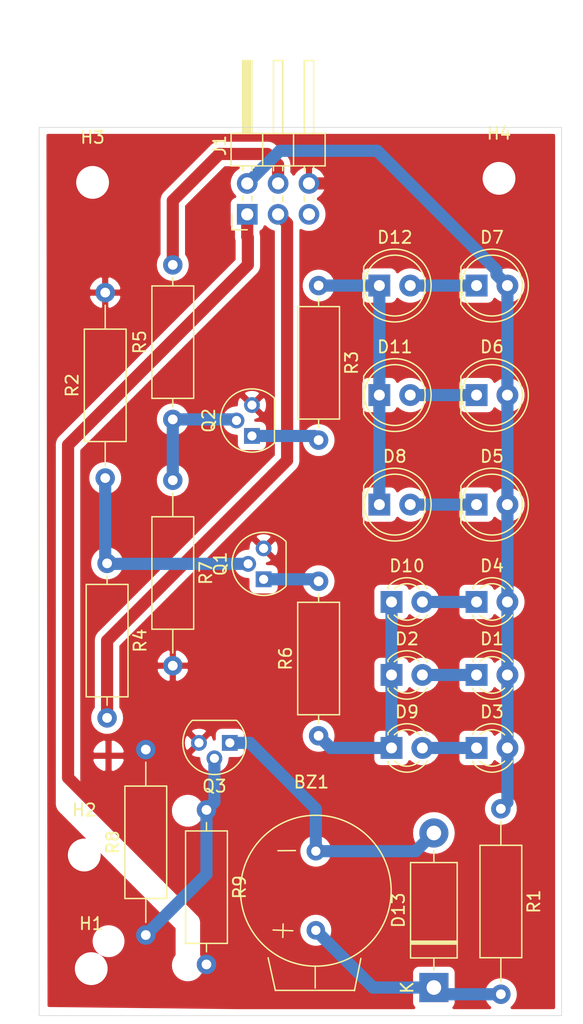
<source format=kicad_pcb>
(kicad_pcb (version 20171130) (host pcbnew "(5.1.0)-1")

  (general
    (thickness 1.6)
    (drawings 4)
    (tracks 70)
    (zones 0)
    (modules 31)
    (nets 21)
  )

  (page A4)
  (layers
    (0 F.Cu signal)
    (31 B.Cu signal)
    (32 B.Adhes user)
    (33 F.Adhes user)
    (34 B.Paste user)
    (35 F.Paste user)
    (36 B.SilkS user)
    (37 F.SilkS user)
    (38 B.Mask user)
    (39 F.Mask user)
    (40 Dwgs.User user)
    (41 Cmts.User user)
    (42 Eco1.User user)
    (43 Eco2.User user)
    (44 Edge.Cuts user)
    (45 Margin user)
    (46 B.CrtYd user)
    (47 F.CrtYd user)
    (48 B.Fab user)
    (49 F.Fab user)
  )

  (setup
    (last_trace_width 1)
    (user_trace_width 1)
    (trace_clearance 0.2)
    (zone_clearance 0.508)
    (zone_45_only no)
    (trace_min 0.2)
    (via_size 0.8)
    (via_drill 0.4)
    (via_min_size 0.4)
    (via_min_drill 0.3)
    (user_via 0.9 0.8)
    (uvia_size 0.3)
    (uvia_drill 0.1)
    (uvias_allowed no)
    (uvia_min_size 0.2)
    (uvia_min_drill 0.1)
    (edge_width 0.05)
    (segment_width 0.2)
    (pcb_text_width 0.3)
    (pcb_text_size 1.5 1.5)
    (mod_edge_width 0.12)
    (mod_text_size 1 1)
    (mod_text_width 0.15)
    (pad_size 1.524 1.524)
    (pad_drill 0.762)
    (pad_to_mask_clearance 0)
    (aux_axis_origin 0 0)
    (visible_elements 7FFFEFFF)
    (pcbplotparams
      (layerselection 0x010fc_ffffffff)
      (usegerberextensions false)
      (usegerberattributes true)
      (usegerberadvancedattributes true)
      (creategerberjobfile true)
      (excludeedgelayer true)
      (linewidth 0.100000)
      (plotframeref false)
      (viasonmask false)
      (mode 1)
      (useauxorigin false)
      (hpglpennumber 1)
      (hpglpenspeed 20)
      (hpglpendiameter 15.000000)
      (psnegative false)
      (psa4output false)
      (plotreference true)
      (plotvalue true)
      (plotinvisibletext false)
      (padsonsilk false)
      (subtractmaskfromsilk false)
      (outputformat 1)
      (mirror false)
      (drillshape 1)
      (scaleselection 1)
      (outputdirectory ""))
  )

  (net 0 "")
  (net 1 "Net-(D1-Pad1)")
  (net 2 +5V)
  (net 3 "Net-(D10-Pad1)")
  (net 4 "Net-(D3-Pad1)")
  (net 5 "Net-(D10-Pad2)")
  (net 6 "Net-(D5-Pad1)")
  (net 7 "Net-(D11-Pad2)")
  (net 8 "Net-(D12-Pad2)")
  (net 9 "Net-(D11-Pad1)")
  (net 10 "Net-(Q1-Pad2)")
  (net 11 GND)
  (net 12 "Net-(Q1-Pad1)")
  (net 13 "Net-(Q2-Pad1)")
  (net 14 "Net-(Q2-Pad2)")
  (net 15 "Net-(Q3-Pad2)")
  (net 16 "Net-(BZ1-Pad2)")
  (net 17 "Net-(BZ1-Pad1)")
  (net 18 /P3)
  (net 19 /P1)
  (net 20 /P2)

  (net_class Default "This is the default net class."
    (clearance 0.2)
    (trace_width 0.25)
    (via_dia 0.8)
    (via_drill 0.4)
    (uvia_dia 0.3)
    (uvia_drill 0.1)
    (add_net +5V)
    (add_net /P1)
    (add_net /P2)
    (add_net /P3)
    (add_net GND)
    (add_net "Net-(BZ1-Pad1)")
    (add_net "Net-(BZ1-Pad2)")
    (add_net "Net-(D1-Pad1)")
    (add_net "Net-(D10-Pad1)")
    (add_net "Net-(D10-Pad2)")
    (add_net "Net-(D11-Pad1)")
    (add_net "Net-(D11-Pad2)")
    (add_net "Net-(D12-Pad2)")
    (add_net "Net-(D3-Pad1)")
    (add_net "Net-(D5-Pad1)")
    (add_net "Net-(Q1-Pad1)")
    (add_net "Net-(Q1-Pad2)")
    (add_net "Net-(Q2-Pad1)")
    (add_net "Net-(Q2-Pad2)")
    (add_net "Net-(Q3-Pad2)")
  )

  (module LED_THT:LED_D3.0mm locked (layer F.Cu) (tedit 587A3A7B) (tstamp 619384F0)
    (at 160 132)
    (descr "LED, diameter 3.0mm, 2 pins")
    (tags "LED diameter 3.0mm 2 pins")
    (path /61937DC0)
    (fp_text reference D1 (at 1.27 -2.96) (layer F.SilkS)
      (effects (font (size 1 1) (thickness 0.15)))
    )
    (fp_text value LED_galben (at 1.27 2.96) (layer F.Fab)
      (effects (font (size 1 1) (thickness 0.15)))
    )
    (fp_line (start 3.7 -2.25) (end -1.15 -2.25) (layer F.CrtYd) (width 0.05))
    (fp_line (start 3.7 2.25) (end 3.7 -2.25) (layer F.CrtYd) (width 0.05))
    (fp_line (start -1.15 2.25) (end 3.7 2.25) (layer F.CrtYd) (width 0.05))
    (fp_line (start -1.15 -2.25) (end -1.15 2.25) (layer F.CrtYd) (width 0.05))
    (fp_line (start -0.29 1.08) (end -0.29 1.236) (layer F.SilkS) (width 0.12))
    (fp_line (start -0.29 -1.236) (end -0.29 -1.08) (layer F.SilkS) (width 0.12))
    (fp_line (start -0.23 -1.16619) (end -0.23 1.16619) (layer F.Fab) (width 0.1))
    (fp_circle (center 1.27 0) (end 2.77 0) (layer F.Fab) (width 0.1))
    (fp_arc (start 1.27 0) (end -0.23 -1.16619) (angle 284.3) (layer F.Fab) (width 0.1))
    (fp_arc (start 1.27 0) (end -0.29 -1.235516) (angle 108.8) (layer F.SilkS) (width 0.12))
    (fp_arc (start 1.27 0) (end -0.29 1.235516) (angle -108.8) (layer F.SilkS) (width 0.12))
    (fp_arc (start 1.27 0) (end 0.229039 -1.08) (angle 87.9) (layer F.SilkS) (width 0.12))
    (fp_arc (start 1.27 0) (end 0.229039 1.08) (angle -87.9) (layer F.SilkS) (width 0.12))
    (pad 1 thru_hole rect (at 0 0) (size 1.8 1.8) (drill 0.9) (layers *.Cu *.Mask)
      (net 1 "Net-(D1-Pad1)"))
    (pad 2 thru_hole circle (at 2.54 0) (size 1.8 1.8) (drill 0.9) (layers *.Cu *.Mask)
      (net 2 +5V))
    (model ${KISYS3DMOD}/LED_THT.3dshapes/LED_D3.0mm.wrl
      (at (xyz 0 0 0))
      (scale (xyz 1 1 1))
      (rotate (xyz 0 0 0))
    )
  )

  (module LED_THT:LED_D3.0mm (layer F.Cu) (tedit 587A3A7B) (tstamp 61938503)
    (at 153 132)
    (descr "LED, diameter 3.0mm, 2 pins")
    (tags "LED diameter 3.0mm 2 pins")
    (path /6188CDB7)
    (fp_text reference D2 (at 1.27 -2.96) (layer F.SilkS)
      (effects (font (size 1 1) (thickness 0.15)))
    )
    (fp_text value LED_galben (at 1.27 2.96) (layer F.Fab)
      (effects (font (size 1 1) (thickness 0.15)))
    )
    (fp_arc (start 1.27 0) (end 0.229039 1.08) (angle -87.9) (layer F.SilkS) (width 0.12))
    (fp_arc (start 1.27 0) (end 0.229039 -1.08) (angle 87.9) (layer F.SilkS) (width 0.12))
    (fp_arc (start 1.27 0) (end -0.29 1.235516) (angle -108.8) (layer F.SilkS) (width 0.12))
    (fp_arc (start 1.27 0) (end -0.29 -1.235516) (angle 108.8) (layer F.SilkS) (width 0.12))
    (fp_arc (start 1.27 0) (end -0.23 -1.16619) (angle 284.3) (layer F.Fab) (width 0.1))
    (fp_circle (center 1.27 0) (end 2.77 0) (layer F.Fab) (width 0.1))
    (fp_line (start -0.23 -1.16619) (end -0.23 1.16619) (layer F.Fab) (width 0.1))
    (fp_line (start -0.29 -1.236) (end -0.29 -1.08) (layer F.SilkS) (width 0.12))
    (fp_line (start -0.29 1.08) (end -0.29 1.236) (layer F.SilkS) (width 0.12))
    (fp_line (start -1.15 -2.25) (end -1.15 2.25) (layer F.CrtYd) (width 0.05))
    (fp_line (start -1.15 2.25) (end 3.7 2.25) (layer F.CrtYd) (width 0.05))
    (fp_line (start 3.7 2.25) (end 3.7 -2.25) (layer F.CrtYd) (width 0.05))
    (fp_line (start 3.7 -2.25) (end -1.15 -2.25) (layer F.CrtYd) (width 0.05))
    (pad 2 thru_hole circle (at 2.54 0) (size 1.8 1.8) (drill 0.9) (layers *.Cu *.Mask)
      (net 1 "Net-(D1-Pad1)"))
    (pad 1 thru_hole rect (at 0 0) (size 1.8 1.8) (drill 0.9) (layers *.Cu *.Mask)
      (net 3 "Net-(D10-Pad1)"))
    (model ${KISYS3DMOD}/LED_THT.3dshapes/LED_D3.0mm.wrl
      (at (xyz 0 0 0))
      (scale (xyz 1 1 1))
      (rotate (xyz 0 0 0))
    )
  )

  (module LED_THT:LED_D3.0mm (layer F.Cu) (tedit 587A3A7B) (tstamp 61938516)
    (at 160 138)
    (descr "LED, diameter 3.0mm, 2 pins")
    (tags "LED diameter 3.0mm 2 pins")
    (path /6193848E)
    (fp_text reference D3 (at 1.27 -2.96) (layer F.SilkS)
      (effects (font (size 1 1) (thickness 0.15)))
    )
    (fp_text value LED_galben (at 1.27 2.96) (layer F.Fab)
      (effects (font (size 1 1) (thickness 0.15)))
    )
    (fp_arc (start 1.27 0) (end 0.229039 1.08) (angle -87.9) (layer F.SilkS) (width 0.12))
    (fp_arc (start 1.27 0) (end 0.229039 -1.08) (angle 87.9) (layer F.SilkS) (width 0.12))
    (fp_arc (start 1.27 0) (end -0.29 1.235516) (angle -108.8) (layer F.SilkS) (width 0.12))
    (fp_arc (start 1.27 0) (end -0.29 -1.235516) (angle 108.8) (layer F.SilkS) (width 0.12))
    (fp_arc (start 1.27 0) (end -0.23 -1.16619) (angle 284.3) (layer F.Fab) (width 0.1))
    (fp_circle (center 1.27 0) (end 2.77 0) (layer F.Fab) (width 0.1))
    (fp_line (start -0.23 -1.16619) (end -0.23 1.16619) (layer F.Fab) (width 0.1))
    (fp_line (start -0.29 -1.236) (end -0.29 -1.08) (layer F.SilkS) (width 0.12))
    (fp_line (start -0.29 1.08) (end -0.29 1.236) (layer F.SilkS) (width 0.12))
    (fp_line (start -1.15 -2.25) (end -1.15 2.25) (layer F.CrtYd) (width 0.05))
    (fp_line (start -1.15 2.25) (end 3.7 2.25) (layer F.CrtYd) (width 0.05))
    (fp_line (start 3.7 2.25) (end 3.7 -2.25) (layer F.CrtYd) (width 0.05))
    (fp_line (start 3.7 -2.25) (end -1.15 -2.25) (layer F.CrtYd) (width 0.05))
    (pad 2 thru_hole circle (at 2.54 0) (size 1.8 1.8) (drill 0.9) (layers *.Cu *.Mask)
      (net 2 +5V))
    (pad 1 thru_hole rect (at 0 0) (size 1.8 1.8) (drill 0.9) (layers *.Cu *.Mask)
      (net 4 "Net-(D3-Pad1)"))
    (model ${KISYS3DMOD}/LED_THT.3dshapes/LED_D3.0mm.wrl
      (at (xyz 0 0 0))
      (scale (xyz 1 1 1))
      (rotate (xyz 0 0 0))
    )
  )

  (module LED_THT:LED_D3.0mm (layer F.Cu) (tedit 587A3A7B) (tstamp 61938529)
    (at 160 126)
    (descr "LED, diameter 3.0mm, 2 pins")
    (tags "LED diameter 3.0mm 2 pins")
    (path /6193892A)
    (fp_text reference D4 (at 1.27 -2.96) (layer F.SilkS)
      (effects (font (size 1 1) (thickness 0.15)))
    )
    (fp_text value LED_galben (at 1.27 2.96) (layer F.Fab)
      (effects (font (size 1 1) (thickness 0.15)))
    )
    (fp_line (start 3.7 -2.25) (end -1.15 -2.25) (layer F.CrtYd) (width 0.05))
    (fp_line (start 3.7 2.25) (end 3.7 -2.25) (layer F.CrtYd) (width 0.05))
    (fp_line (start -1.15 2.25) (end 3.7 2.25) (layer F.CrtYd) (width 0.05))
    (fp_line (start -1.15 -2.25) (end -1.15 2.25) (layer F.CrtYd) (width 0.05))
    (fp_line (start -0.29 1.08) (end -0.29 1.236) (layer F.SilkS) (width 0.12))
    (fp_line (start -0.29 -1.236) (end -0.29 -1.08) (layer F.SilkS) (width 0.12))
    (fp_line (start -0.23 -1.16619) (end -0.23 1.16619) (layer F.Fab) (width 0.1))
    (fp_circle (center 1.27 0) (end 2.77 0) (layer F.Fab) (width 0.1))
    (fp_arc (start 1.27 0) (end -0.23 -1.16619) (angle 284.3) (layer F.Fab) (width 0.1))
    (fp_arc (start 1.27 0) (end -0.29 -1.235516) (angle 108.8) (layer F.SilkS) (width 0.12))
    (fp_arc (start 1.27 0) (end -0.29 1.235516) (angle -108.8) (layer F.SilkS) (width 0.12))
    (fp_arc (start 1.27 0) (end 0.229039 -1.08) (angle 87.9) (layer F.SilkS) (width 0.12))
    (fp_arc (start 1.27 0) (end 0.229039 1.08) (angle -87.9) (layer F.SilkS) (width 0.12))
    (pad 1 thru_hole rect (at 0 0) (size 1.8 1.8) (drill 0.9) (layers *.Cu *.Mask)
      (net 5 "Net-(D10-Pad2)"))
    (pad 2 thru_hole circle (at 2.54 0) (size 1.8 1.8) (drill 0.9) (layers *.Cu *.Mask)
      (net 2 +5V))
    (model ${KISYS3DMOD}/LED_THT.3dshapes/LED_D3.0mm.wrl
      (at (xyz 0 0 0))
      (scale (xyz 1 1 1))
      (rotate (xyz 0 0 0))
    )
  )

  (module LED_THT:LED_D5.0mm (layer F.Cu) (tedit 5995936A) (tstamp 6193853B)
    (at 160 118)
    (descr "LED, diameter 5.0mm, 2 pins, http://cdn-reichelt.de/documents/datenblatt/A500/LL-504BC2E-009.pdf")
    (tags "LED diameter 5.0mm 2 pins")
    (path /61939FB0)
    (fp_text reference D5 (at 1.27 -3.96) (layer F.SilkS)
      (effects (font (size 1 1) (thickness 0.15)))
    )
    (fp_text value LED_red (at 1.27 3.96) (layer F.Fab)
      (effects (font (size 1 1) (thickness 0.15)))
    )
    (fp_line (start 4.5 -3.25) (end -1.95 -3.25) (layer F.CrtYd) (width 0.05))
    (fp_line (start 4.5 3.25) (end 4.5 -3.25) (layer F.CrtYd) (width 0.05))
    (fp_line (start -1.95 3.25) (end 4.5 3.25) (layer F.CrtYd) (width 0.05))
    (fp_line (start -1.95 -3.25) (end -1.95 3.25) (layer F.CrtYd) (width 0.05))
    (fp_line (start -1.29 -1.545) (end -1.29 1.545) (layer F.SilkS) (width 0.12))
    (fp_line (start -1.23 -1.469694) (end -1.23 1.469694) (layer F.Fab) (width 0.1))
    (fp_circle (center 1.27 0) (end 3.77 0) (layer F.SilkS) (width 0.12))
    (fp_circle (center 1.27 0) (end 3.77 0) (layer F.Fab) (width 0.1))
    (fp_arc (start 1.27 0) (end -1.23 -1.469694) (angle 299.1) (layer F.Fab) (width 0.1))
    (fp_arc (start 1.27 0) (end -1.29 -1.54483) (angle 148.9) (layer F.SilkS) (width 0.12))
    (fp_arc (start 1.27 0) (end -1.29 1.54483) (angle -148.9) (layer F.SilkS) (width 0.12))
    (fp_text user %R (at 1.25 0) (layer F.Fab)
      (effects (font (size 0.8 0.8) (thickness 0.2)))
    )
    (pad 1 thru_hole rect (at 0 0) (size 1.8 1.8) (drill 0.9) (layers *.Cu *.Mask)
      (net 6 "Net-(D5-Pad1)"))
    (pad 2 thru_hole circle (at 2.54 0) (size 1.8 1.8) (drill 0.9) (layers *.Cu *.Mask)
      (net 2 +5V))
    (model ${KISYS3DMOD}/LED_THT.3dshapes/LED_D5.0mm.wrl
      (at (xyz 0 0 0))
      (scale (xyz 1 1 1))
      (rotate (xyz 0 0 0))
    )
  )

  (module LED_THT:LED_D5.0mm (layer F.Cu) (tedit 5995936A) (tstamp 61939098)
    (at 160 109)
    (descr "LED, diameter 5.0mm, 2 pins, http://cdn-reichelt.de/documents/datenblatt/A500/LL-504BC2E-009.pdf")
    (tags "LED diameter 5.0mm 2 pins")
    (path /6193A3CD)
    (fp_text reference D6 (at 1.27 -3.96) (layer F.SilkS)
      (effects (font (size 1 1) (thickness 0.15)))
    )
    (fp_text value LED_red (at 1.27 3.96) (layer F.Fab)
      (effects (font (size 1 1) (thickness 0.15)))
    )
    (fp_text user %R (at 1.25 0) (layer F.Fab)
      (effects (font (size 0.8 0.8) (thickness 0.2)))
    )
    (fp_arc (start 1.27 0) (end -1.29 1.54483) (angle -148.9) (layer F.SilkS) (width 0.12))
    (fp_arc (start 1.27 0) (end -1.29 -1.54483) (angle 148.9) (layer F.SilkS) (width 0.12))
    (fp_arc (start 1.27 0) (end -1.23 -1.469694) (angle 299.1) (layer F.Fab) (width 0.1))
    (fp_circle (center 1.27 0) (end 3.77 0) (layer F.Fab) (width 0.1))
    (fp_circle (center 1.27 0) (end 3.77 0) (layer F.SilkS) (width 0.12))
    (fp_line (start -1.23 -1.469694) (end -1.23 1.469694) (layer F.Fab) (width 0.1))
    (fp_line (start -1.29 -1.545) (end -1.29 1.545) (layer F.SilkS) (width 0.12))
    (fp_line (start -1.95 -3.25) (end -1.95 3.25) (layer F.CrtYd) (width 0.05))
    (fp_line (start -1.95 3.25) (end 4.5 3.25) (layer F.CrtYd) (width 0.05))
    (fp_line (start 4.5 3.25) (end 4.5 -3.25) (layer F.CrtYd) (width 0.05))
    (fp_line (start 4.5 -3.25) (end -1.95 -3.25) (layer F.CrtYd) (width 0.05))
    (pad 2 thru_hole circle (at 2.54 0) (size 1.8 1.8) (drill 0.9) (layers *.Cu *.Mask)
      (net 2 +5V))
    (pad 1 thru_hole rect (at 0 0) (size 1.8 1.8) (drill 0.9) (layers *.Cu *.Mask)
      (net 7 "Net-(D11-Pad2)"))
    (model ${KISYS3DMOD}/LED_THT.3dshapes/LED_D5.0mm.wrl
      (at (xyz 0 0 0))
      (scale (xyz 1 1 1))
      (rotate (xyz 0 0 0))
    )
  )

  (module LED_THT:LED_D5.0mm (layer F.Cu) (tedit 5995936A) (tstamp 61939065)
    (at 160 100)
    (descr "LED, diameter 5.0mm, 2 pins, http://cdn-reichelt.de/documents/datenblatt/A500/LL-504BC2E-009.pdf")
    (tags "LED diameter 5.0mm 2 pins")
    (path /6193AEAA)
    (fp_text reference D7 (at 1.27 -3.96) (layer F.SilkS)
      (effects (font (size 1 1) (thickness 0.15)))
    )
    (fp_text value LED_red (at 1.27 3.96) (layer F.Fab)
      (effects (font (size 1 1) (thickness 0.15)))
    )
    (fp_line (start 4.5 -3.25) (end -1.95 -3.25) (layer F.CrtYd) (width 0.05))
    (fp_line (start 4.5 3.25) (end 4.5 -3.25) (layer F.CrtYd) (width 0.05))
    (fp_line (start -1.95 3.25) (end 4.5 3.25) (layer F.CrtYd) (width 0.05))
    (fp_line (start -1.95 -3.25) (end -1.95 3.25) (layer F.CrtYd) (width 0.05))
    (fp_line (start -1.29 -1.545) (end -1.29 1.545) (layer F.SilkS) (width 0.12))
    (fp_line (start -1.23 -1.469694) (end -1.23 1.469694) (layer F.Fab) (width 0.1))
    (fp_circle (center 1.27 0) (end 3.77 0) (layer F.SilkS) (width 0.12))
    (fp_circle (center 1.27 0) (end 3.77 0) (layer F.Fab) (width 0.1))
    (fp_arc (start 1.27 0) (end -1.23 -1.469694) (angle 299.1) (layer F.Fab) (width 0.1))
    (fp_arc (start 1.27 0) (end -1.29 -1.54483) (angle 148.9) (layer F.SilkS) (width 0.12))
    (fp_arc (start 1.27 0) (end -1.29 1.54483) (angle -148.9) (layer F.SilkS) (width 0.12))
    (fp_text user %R (at 1.25 0) (layer F.Fab)
      (effects (font (size 0.8 0.8) (thickness 0.2)))
    )
    (pad 1 thru_hole rect (at 0 0) (size 1.8 1.8) (drill 0.9) (layers *.Cu *.Mask)
      (net 8 "Net-(D12-Pad2)"))
    (pad 2 thru_hole circle (at 2.54 0) (size 1.8 1.8) (drill 0.9) (layers *.Cu *.Mask)
      (net 2 +5V))
    (model ${KISYS3DMOD}/LED_THT.3dshapes/LED_D5.0mm.wrl
      (at (xyz 0 0 0))
      (scale (xyz 1 1 1))
      (rotate (xyz 0 0 0))
    )
  )

  (module LED_THT:LED_D5.0mm (layer F.Cu) (tedit 5995936A) (tstamp 61938571)
    (at 152 118)
    (descr "LED, diameter 5.0mm, 2 pins, http://cdn-reichelt.de/documents/datenblatt/A500/LL-504BC2E-009.pdf")
    (tags "LED diameter 5.0mm 2 pins")
    (path /618930D4)
    (fp_text reference D8 (at 1.27 -3.96) (layer F.SilkS)
      (effects (font (size 1 1) (thickness 0.15)))
    )
    (fp_text value LED_red (at 1.27 3.96) (layer F.Fab)
      (effects (font (size 1 1) (thickness 0.15)))
    )
    (fp_line (start 4.5 -3.25) (end -1.95 -3.25) (layer F.CrtYd) (width 0.05))
    (fp_line (start 4.5 3.25) (end 4.5 -3.25) (layer F.CrtYd) (width 0.05))
    (fp_line (start -1.95 3.25) (end 4.5 3.25) (layer F.CrtYd) (width 0.05))
    (fp_line (start -1.95 -3.25) (end -1.95 3.25) (layer F.CrtYd) (width 0.05))
    (fp_line (start -1.29 -1.545) (end -1.29 1.545) (layer F.SilkS) (width 0.12))
    (fp_line (start -1.23 -1.469694) (end -1.23 1.469694) (layer F.Fab) (width 0.1))
    (fp_circle (center 1.27 0) (end 3.77 0) (layer F.SilkS) (width 0.12))
    (fp_circle (center 1.27 0) (end 3.77 0) (layer F.Fab) (width 0.1))
    (fp_arc (start 1.27 0) (end -1.23 -1.469694) (angle 299.1) (layer F.Fab) (width 0.1))
    (fp_arc (start 1.27 0) (end -1.29 -1.54483) (angle 148.9) (layer F.SilkS) (width 0.12))
    (fp_arc (start 1.27 0) (end -1.29 1.54483) (angle -148.9) (layer F.SilkS) (width 0.12))
    (fp_text user %R (at 1.25 0) (layer F.Fab)
      (effects (font (size 0.8 0.8) (thickness 0.2)))
    )
    (pad 1 thru_hole rect (at 0 0) (size 1.8 1.8) (drill 0.9) (layers *.Cu *.Mask)
      (net 9 "Net-(D11-Pad1)"))
    (pad 2 thru_hole circle (at 2.54 0) (size 1.8 1.8) (drill 0.9) (layers *.Cu *.Mask)
      (net 6 "Net-(D5-Pad1)"))
    (model ${KISYS3DMOD}/LED_THT.3dshapes/LED_D5.0mm.wrl
      (at (xyz 0 0 0))
      (scale (xyz 1 1 1))
      (rotate (xyz 0 0 0))
    )
  )

  (module LED_THT:LED_D3.0mm (layer F.Cu) (tedit 587A3A7B) (tstamp 61938584)
    (at 153 138)
    (descr "LED, diameter 3.0mm, 2 pins")
    (tags "LED diameter 3.0mm 2 pins")
    (path /6193932C)
    (fp_text reference D9 (at 1.27 -2.96) (layer F.SilkS)
      (effects (font (size 1 1) (thickness 0.15)))
    )
    (fp_text value LED_galben (at 1.27 2.96) (layer F.Fab)
      (effects (font (size 1 1) (thickness 0.15)))
    )
    (fp_line (start 3.7 -2.25) (end -1.15 -2.25) (layer F.CrtYd) (width 0.05))
    (fp_line (start 3.7 2.25) (end 3.7 -2.25) (layer F.CrtYd) (width 0.05))
    (fp_line (start -1.15 2.25) (end 3.7 2.25) (layer F.CrtYd) (width 0.05))
    (fp_line (start -1.15 -2.25) (end -1.15 2.25) (layer F.CrtYd) (width 0.05))
    (fp_line (start -0.29 1.08) (end -0.29 1.236) (layer F.SilkS) (width 0.12))
    (fp_line (start -0.29 -1.236) (end -0.29 -1.08) (layer F.SilkS) (width 0.12))
    (fp_line (start -0.23 -1.16619) (end -0.23 1.16619) (layer F.Fab) (width 0.1))
    (fp_circle (center 1.27 0) (end 2.77 0) (layer F.Fab) (width 0.1))
    (fp_arc (start 1.27 0) (end -0.23 -1.16619) (angle 284.3) (layer F.Fab) (width 0.1))
    (fp_arc (start 1.27 0) (end -0.29 -1.235516) (angle 108.8) (layer F.SilkS) (width 0.12))
    (fp_arc (start 1.27 0) (end -0.29 1.235516) (angle -108.8) (layer F.SilkS) (width 0.12))
    (fp_arc (start 1.27 0) (end 0.229039 -1.08) (angle 87.9) (layer F.SilkS) (width 0.12))
    (fp_arc (start 1.27 0) (end 0.229039 1.08) (angle -87.9) (layer F.SilkS) (width 0.12))
    (pad 1 thru_hole rect (at 0 0) (size 1.8 1.8) (drill 0.9) (layers *.Cu *.Mask)
      (net 3 "Net-(D10-Pad1)"))
    (pad 2 thru_hole circle (at 2.54 0) (size 1.8 1.8) (drill 0.9) (layers *.Cu *.Mask)
      (net 4 "Net-(D3-Pad1)"))
    (model ${KISYS3DMOD}/LED_THT.3dshapes/LED_D3.0mm.wrl
      (at (xyz 0 0 0))
      (scale (xyz 1 1 1))
      (rotate (xyz 0 0 0))
    )
  )

  (module LED_THT:LED_D3.0mm (layer F.Cu) (tedit 587A3A7B) (tstamp 61938597)
    (at 153 126)
    (descr "LED, diameter 3.0mm, 2 pins")
    (tags "LED diameter 3.0mm 2 pins")
    (path /61938EAF)
    (fp_text reference D10 (at 1.27 -2.96) (layer F.SilkS)
      (effects (font (size 1 1) (thickness 0.15)))
    )
    (fp_text value LED_galben (at 1.27 2.96) (layer F.Fab)
      (effects (font (size 1 1) (thickness 0.15)))
    )
    (fp_arc (start 1.27 0) (end 0.229039 1.08) (angle -87.9) (layer F.SilkS) (width 0.12))
    (fp_arc (start 1.27 0) (end 0.229039 -1.08) (angle 87.9) (layer F.SilkS) (width 0.12))
    (fp_arc (start 1.27 0) (end -0.29 1.235516) (angle -108.8) (layer F.SilkS) (width 0.12))
    (fp_arc (start 1.27 0) (end -0.29 -1.235516) (angle 108.8) (layer F.SilkS) (width 0.12))
    (fp_arc (start 1.27 0) (end -0.23 -1.16619) (angle 284.3) (layer F.Fab) (width 0.1))
    (fp_circle (center 1.27 0) (end 2.77 0) (layer F.Fab) (width 0.1))
    (fp_line (start -0.23 -1.16619) (end -0.23 1.16619) (layer F.Fab) (width 0.1))
    (fp_line (start -0.29 -1.236) (end -0.29 -1.08) (layer F.SilkS) (width 0.12))
    (fp_line (start -0.29 1.08) (end -0.29 1.236) (layer F.SilkS) (width 0.12))
    (fp_line (start -1.15 -2.25) (end -1.15 2.25) (layer F.CrtYd) (width 0.05))
    (fp_line (start -1.15 2.25) (end 3.7 2.25) (layer F.CrtYd) (width 0.05))
    (fp_line (start 3.7 2.25) (end 3.7 -2.25) (layer F.CrtYd) (width 0.05))
    (fp_line (start 3.7 -2.25) (end -1.15 -2.25) (layer F.CrtYd) (width 0.05))
    (pad 2 thru_hole circle (at 2.54 0) (size 1.8 1.8) (drill 0.9) (layers *.Cu *.Mask)
      (net 5 "Net-(D10-Pad2)"))
    (pad 1 thru_hole rect (at 0 0) (size 1.8 1.8) (drill 0.9) (layers *.Cu *.Mask)
      (net 3 "Net-(D10-Pad1)"))
    (model ${KISYS3DMOD}/LED_THT.3dshapes/LED_D3.0mm.wrl
      (at (xyz 0 0 0))
      (scale (xyz 1 1 1))
      (rotate (xyz 0 0 0))
    )
  )

  (module LED_THT:LED_D5.0mm (layer F.Cu) (tedit 5995936A) (tstamp 61939032)
    (at 152 109)
    (descr "LED, diameter 5.0mm, 2 pins, http://cdn-reichelt.de/documents/datenblatt/A500/LL-504BC2E-009.pdf")
    (tags "LED diameter 5.0mm 2 pins")
    (path /6193A7CD)
    (fp_text reference D11 (at 1.27 -3.96) (layer F.SilkS)
      (effects (font (size 1 1) (thickness 0.15)))
    )
    (fp_text value LED_red (at 1.27 3.96) (layer F.Fab)
      (effects (font (size 1 1) (thickness 0.15)))
    )
    (fp_line (start 4.5 -3.25) (end -1.95 -3.25) (layer F.CrtYd) (width 0.05))
    (fp_line (start 4.5 3.25) (end 4.5 -3.25) (layer F.CrtYd) (width 0.05))
    (fp_line (start -1.95 3.25) (end 4.5 3.25) (layer F.CrtYd) (width 0.05))
    (fp_line (start -1.95 -3.25) (end -1.95 3.25) (layer F.CrtYd) (width 0.05))
    (fp_line (start -1.29 -1.545) (end -1.29 1.545) (layer F.SilkS) (width 0.12))
    (fp_line (start -1.23 -1.469694) (end -1.23 1.469694) (layer F.Fab) (width 0.1))
    (fp_circle (center 1.27 0) (end 3.77 0) (layer F.SilkS) (width 0.12))
    (fp_circle (center 1.27 0) (end 3.77 0) (layer F.Fab) (width 0.1))
    (fp_arc (start 1.27 0) (end -1.23 -1.469694) (angle 299.1) (layer F.Fab) (width 0.1))
    (fp_arc (start 1.27 0) (end -1.29 -1.54483) (angle 148.9) (layer F.SilkS) (width 0.12))
    (fp_arc (start 1.27 0) (end -1.29 1.54483) (angle -148.9) (layer F.SilkS) (width 0.12))
    (fp_text user %R (at 1.25 0) (layer F.Fab)
      (effects (font (size 0.8 0.8) (thickness 0.2)))
    )
    (pad 1 thru_hole rect (at 0 0) (size 1.8 1.8) (drill 0.9) (layers *.Cu *.Mask)
      (net 9 "Net-(D11-Pad1)"))
    (pad 2 thru_hole circle (at 2.54 0) (size 1.8 1.8) (drill 0.9) (layers *.Cu *.Mask)
      (net 7 "Net-(D11-Pad2)"))
    (model ${KISYS3DMOD}/LED_THT.3dshapes/LED_D5.0mm.wrl
      (at (xyz 0 0 0))
      (scale (xyz 1 1 1))
      (rotate (xyz 0 0 0))
    )
  )

  (module LED_THT:LED_D5.0mm (layer F.Cu) (tedit 5995936A) (tstamp 619390CB)
    (at 152 100)
    (descr "LED, diameter 5.0mm, 2 pins, http://cdn-reichelt.de/documents/datenblatt/A500/LL-504BC2E-009.pdf")
    (tags "LED diameter 5.0mm 2 pins")
    (path /6193AB03)
    (fp_text reference D12 (at 1.27 -3.96) (layer F.SilkS)
      (effects (font (size 1 1) (thickness 0.15)))
    )
    (fp_text value LED_red (at 1.27 3.96) (layer F.Fab)
      (effects (font (size 1 1) (thickness 0.15)))
    )
    (fp_text user %R (at 1.25 0) (layer F.Fab)
      (effects (font (size 0.8 0.8) (thickness 0.2)))
    )
    (fp_arc (start 1.27 0) (end -1.29 1.54483) (angle -148.9) (layer F.SilkS) (width 0.12))
    (fp_arc (start 1.27 0) (end -1.29 -1.54483) (angle 148.9) (layer F.SilkS) (width 0.12))
    (fp_arc (start 1.27 0) (end -1.23 -1.469694) (angle 299.1) (layer F.Fab) (width 0.1))
    (fp_circle (center 1.27 0) (end 3.77 0) (layer F.Fab) (width 0.1))
    (fp_circle (center 1.27 0) (end 3.77 0) (layer F.SilkS) (width 0.12))
    (fp_line (start -1.23 -1.469694) (end -1.23 1.469694) (layer F.Fab) (width 0.1))
    (fp_line (start -1.29 -1.545) (end -1.29 1.545) (layer F.SilkS) (width 0.12))
    (fp_line (start -1.95 -3.25) (end -1.95 3.25) (layer F.CrtYd) (width 0.05))
    (fp_line (start -1.95 3.25) (end 4.5 3.25) (layer F.CrtYd) (width 0.05))
    (fp_line (start 4.5 3.25) (end 4.5 -3.25) (layer F.CrtYd) (width 0.05))
    (fp_line (start 4.5 -3.25) (end -1.95 -3.25) (layer F.CrtYd) (width 0.05))
    (pad 2 thru_hole circle (at 2.54 0) (size 1.8 1.8) (drill 0.9) (layers *.Cu *.Mask)
      (net 8 "Net-(D12-Pad2)"))
    (pad 1 thru_hole rect (at 0 0) (size 1.8 1.8) (drill 0.9) (layers *.Cu *.Mask)
      (net 9 "Net-(D11-Pad1)"))
    (model ${KISYS3DMOD}/LED_THT.3dshapes/LED_D5.0mm.wrl
      (at (xyz 0 0 0))
      (scale (xyz 1 1 1))
      (rotate (xyz 0 0 0))
    )
  )

  (module Package_TO_SOT_THT:TO-92 (layer F.Cu) (tedit 5A279852) (tstamp 61938CF5)
    (at 142.47368 124.13996 90)
    (descr "TO-92 leads molded, narrow, drill 0.75mm (see NXP sot054_po.pdf)")
    (tags "to-92 sc-43 sc-43a sot54 PA33 transistor")
    (path /61896522)
    (fp_text reference Q1 (at 1.27 -3.56 90) (layer F.SilkS)
      (effects (font (size 1 1) (thickness 0.15)))
    )
    (fp_text value Q_NMOS_DGS (at 1.27 2.79 90) (layer F.Fab)
      (effects (font (size 1 1) (thickness 0.15)))
    )
    (fp_line (start 4 2.01) (end -1.46 2.01) (layer F.CrtYd) (width 0.05))
    (fp_line (start 4 2.01) (end 4 -2.73) (layer F.CrtYd) (width 0.05))
    (fp_line (start -1.46 -2.73) (end -1.46 2.01) (layer F.CrtYd) (width 0.05))
    (fp_line (start -1.46 -2.73) (end 4 -2.73) (layer F.CrtYd) (width 0.05))
    (fp_line (start -0.5 1.75) (end 3 1.75) (layer F.Fab) (width 0.1))
    (fp_line (start -0.53 1.85) (end 3.07 1.85) (layer F.SilkS) (width 0.12))
    (fp_text user %R (at 1.27 0 90) (layer F.Fab)
      (effects (font (size 1 1) (thickness 0.15)))
    )
    (fp_arc (start 1.27 0) (end 1.27 -2.48) (angle 135) (layer F.Fab) (width 0.1))
    (fp_arc (start 1.27 0) (end 1.27 -2.6) (angle -135) (layer F.SilkS) (width 0.12))
    (fp_arc (start 1.27 0) (end 1.27 -2.48) (angle -135) (layer F.Fab) (width 0.1))
    (fp_arc (start 1.27 0) (end 1.27 -2.6) (angle 135) (layer F.SilkS) (width 0.12))
    (pad 2 thru_hole circle (at 1.27 -1.27 90) (size 1.3 1.3) (drill 0.75) (layers *.Cu *.Mask)
      (net 10 "Net-(Q1-Pad2)"))
    (pad 3 thru_hole circle (at 2.54 0 90) (size 1.3 1.3) (drill 0.75) (layers *.Cu *.Mask)
      (net 11 GND))
    (pad 1 thru_hole rect (at 0 0 90) (size 1.3 1.3) (drill 0.75) (layers *.Cu *.Mask)
      (net 12 "Net-(Q1-Pad1)"))
    (model ${KISYS3DMOD}/Package_TO_SOT_THT.3dshapes/TO-92.wrl
      (at (xyz 0 0 0))
      (scale (xyz 1 1 1))
      (rotate (xyz 0 0 0))
    )
  )

  (module Package_TO_SOT_THT:TO-92 (layer F.Cu) (tedit 5A279852) (tstamp 619385F1)
    (at 141.5161 112.35944 90)
    (descr "TO-92 leads molded, narrow, drill 0.75mm (see NXP sot054_po.pdf)")
    (tags "to-92 sc-43 sc-43a sot54 PA33 transistor")
    (path /61936070)
    (fp_text reference Q2 (at 1.27 -3.56 90) (layer F.SilkS)
      (effects (font (size 1 1) (thickness 0.15)))
    )
    (fp_text value Q_NMOS_DGS (at 1.27 2.79 90) (layer F.Fab)
      (effects (font (size 1 1) (thickness 0.15)))
    )
    (fp_line (start 4 2.01) (end -1.46 2.01) (layer F.CrtYd) (width 0.05))
    (fp_line (start 4 2.01) (end 4 -2.73) (layer F.CrtYd) (width 0.05))
    (fp_line (start -1.46 -2.73) (end -1.46 2.01) (layer F.CrtYd) (width 0.05))
    (fp_line (start -1.46 -2.73) (end 4 -2.73) (layer F.CrtYd) (width 0.05))
    (fp_line (start -0.5 1.75) (end 3 1.75) (layer F.Fab) (width 0.1))
    (fp_line (start -0.53 1.85) (end 3.07 1.85) (layer F.SilkS) (width 0.12))
    (fp_text user %R (at 1.27 0 90) (layer F.Fab)
      (effects (font (size 1 1) (thickness 0.15)))
    )
    (fp_arc (start 1.27 0) (end 1.27 -2.48) (angle 135) (layer F.Fab) (width 0.1))
    (fp_arc (start 1.27 0) (end 1.27 -2.6) (angle -135) (layer F.SilkS) (width 0.12))
    (fp_arc (start 1.27 0) (end 1.27 -2.48) (angle -135) (layer F.Fab) (width 0.1))
    (fp_arc (start 1.27 0) (end 1.27 -2.6) (angle 135) (layer F.SilkS) (width 0.12))
    (pad 2 thru_hole circle (at 1.27 -1.27 90) (size 1.3 1.3) (drill 0.75) (layers *.Cu *.Mask)
      (net 14 "Net-(Q2-Pad2)"))
    (pad 3 thru_hole circle (at 2.54 0 90) (size 1.3 1.3) (drill 0.75) (layers *.Cu *.Mask)
      (net 11 GND))
    (pad 1 thru_hole rect (at 0 0 90) (size 1.3 1.3) (drill 0.75) (layers *.Cu *.Mask)
      (net 13 "Net-(Q2-Pad1)"))
    (model ${KISYS3DMOD}/Package_TO_SOT_THT.3dshapes/TO-92.wrl
      (at (xyz 0 0 0))
      (scale (xyz 1 1 1))
      (rotate (xyz 0 0 0))
    )
  )

  (module Package_TO_SOT_THT:TO-92 (layer F.Cu) (tedit 5A279852) (tstamp 61938603)
    (at 139.69492 137.58164 180)
    (descr "TO-92 leads molded, narrow, drill 0.75mm (see NXP sot054_po.pdf)")
    (tags "to-92 sc-43 sc-43a sot54 PA33 transistor")
    (path /61936F73)
    (fp_text reference Q3 (at 1.27 -3.56 180) (layer F.SilkS)
      (effects (font (size 1 1) (thickness 0.15)))
    )
    (fp_text value Q_NMOS_DGS (at 1.27 2.79 180) (layer F.Fab)
      (effects (font (size 1 1) (thickness 0.15)))
    )
    (fp_arc (start 1.27 0) (end 1.27 -2.6) (angle 135) (layer F.SilkS) (width 0.12))
    (fp_arc (start 1.27 0) (end 1.27 -2.48) (angle -135) (layer F.Fab) (width 0.1))
    (fp_arc (start 1.27 0) (end 1.27 -2.6) (angle -135) (layer F.SilkS) (width 0.12))
    (fp_arc (start 1.27 0) (end 1.27 -2.48) (angle 135) (layer F.Fab) (width 0.1))
    (fp_text user %R (at 1.27 0 180) (layer F.Fab)
      (effects (font (size 1 1) (thickness 0.15)))
    )
    (fp_line (start -0.53 1.85) (end 3.07 1.85) (layer F.SilkS) (width 0.12))
    (fp_line (start -0.5 1.75) (end 3 1.75) (layer F.Fab) (width 0.1))
    (fp_line (start -1.46 -2.73) (end 4 -2.73) (layer F.CrtYd) (width 0.05))
    (fp_line (start -1.46 -2.73) (end -1.46 2.01) (layer F.CrtYd) (width 0.05))
    (fp_line (start 4 2.01) (end 4 -2.73) (layer F.CrtYd) (width 0.05))
    (fp_line (start 4 2.01) (end -1.46 2.01) (layer F.CrtYd) (width 0.05))
    (pad 1 thru_hole rect (at 0 0 180) (size 1.3 1.3) (drill 0.75) (layers *.Cu *.Mask)
      (net 16 "Net-(BZ1-Pad2)"))
    (pad 3 thru_hole circle (at 2.54 0 180) (size 1.3 1.3) (drill 0.75) (layers *.Cu *.Mask)
      (net 11 GND))
    (pad 2 thru_hole circle (at 1.27 -1.27 180) (size 1.3 1.3) (drill 0.75) (layers *.Cu *.Mask)
      (net 15 "Net-(Q3-Pad2)"))
    (model ${KISYS3DMOD}/Package_TO_SOT_THT.3dshapes/TO-92.wrl
      (at (xyz 0 0 0))
      (scale (xyz 1 1 1))
      (rotate (xyz 0 0 0))
    )
  )

  (module Resistor_THT:R_Axial_DIN0309_L9.0mm_D3.2mm_P15.24mm_Horizontal (layer F.Cu) (tedit 5AE5139B) (tstamp 6193861A)
    (at 162 143 270)
    (descr "Resistor, Axial_DIN0309 series, Axial, Horizontal, pin pitch=15.24mm, 0.5W = 1/2W, length*diameter=9*3.2mm^2, http://cdn-reichelt.de/documents/datenblatt/B400/1_4W%23YAG.pdf")
    (tags "Resistor Axial_DIN0309 series Axial Horizontal pin pitch 15.24mm 0.5W = 1/2W length 9mm diameter 3.2mm")
    (path /6195008D)
    (fp_text reference R1 (at 7.62 -2.72 270) (layer F.SilkS)
      (effects (font (size 1 1) (thickness 0.15)))
    )
    (fp_text value "R_sound 30k" (at 7.62 2.72 270) (layer F.Fab)
      (effects (font (size 1 1) (thickness 0.15)))
    )
    (fp_line (start 16.29 -1.85) (end -1.05 -1.85) (layer F.CrtYd) (width 0.05))
    (fp_line (start 16.29 1.85) (end 16.29 -1.85) (layer F.CrtYd) (width 0.05))
    (fp_line (start -1.05 1.85) (end 16.29 1.85) (layer F.CrtYd) (width 0.05))
    (fp_line (start -1.05 -1.85) (end -1.05 1.85) (layer F.CrtYd) (width 0.05))
    (fp_line (start 14.2 0) (end 12.24 0) (layer F.SilkS) (width 0.12))
    (fp_line (start 1.04 0) (end 3 0) (layer F.SilkS) (width 0.12))
    (fp_line (start 12.24 -1.72) (end 3 -1.72) (layer F.SilkS) (width 0.12))
    (fp_line (start 12.24 1.72) (end 12.24 -1.72) (layer F.SilkS) (width 0.12))
    (fp_line (start 3 1.72) (end 12.24 1.72) (layer F.SilkS) (width 0.12))
    (fp_line (start 3 -1.72) (end 3 1.72) (layer F.SilkS) (width 0.12))
    (fp_line (start 15.24 0) (end 12.12 0) (layer F.Fab) (width 0.1))
    (fp_line (start 0 0) (end 3.12 0) (layer F.Fab) (width 0.1))
    (fp_line (start 12.12 -1.6) (end 3.12 -1.6) (layer F.Fab) (width 0.1))
    (fp_line (start 12.12 1.6) (end 12.12 -1.6) (layer F.Fab) (width 0.1))
    (fp_line (start 3.12 1.6) (end 12.12 1.6) (layer F.Fab) (width 0.1))
    (fp_line (start 3.12 -1.6) (end 3.12 1.6) (layer F.Fab) (width 0.1))
    (fp_text user %R (at 7.62 0 270) (layer F.Fab)
      (effects (font (size 1 1) (thickness 0.15)))
    )
    (pad 1 thru_hole circle (at 0 0 270) (size 1.6 1.6) (drill 0.8) (layers *.Cu *.Mask)
      (net 2 +5V))
    (pad 2 thru_hole oval (at 15.24 0 270) (size 1.6 1.6) (drill 0.8) (layers *.Cu *.Mask)
      (net 17 "Net-(BZ1-Pad1)"))
    (model ${KISYS3DMOD}/Resistor_THT.3dshapes/R_Axial_DIN0309_L9.0mm_D3.2mm_P15.24mm_Horizontal.wrl
      (at (xyz 0 0 0))
      (scale (xyz 1 1 1))
      (rotate (xyz 0 0 0))
    )
  )

  (module Resistor_THT:R_Axial_DIN0309_L9.0mm_D3.2mm_P15.24mm_Horizontal (layer F.Cu) (tedit 5AE5139B) (tstamp 61939130)
    (at 129.4384 115.81892 90)
    (descr "Resistor, Axial_DIN0309 series, Axial, Horizontal, pin pitch=15.24mm, 0.5W = 1/2W, length*diameter=9*3.2mm^2, http://cdn-reichelt.de/documents/datenblatt/B400/1_4W%23YAG.pdf")
    (tags "Resistor Axial_DIN0309 series Axial Horizontal pin pitch 15.24mm 0.5W = 1/2W length 9mm diameter 3.2mm")
    (path /618987F6)
    (fp_text reference R2 (at 7.62 -2.72 90) (layer F.SilkS)
      (effects (font (size 1 1) (thickness 0.15)))
    )
    (fp_text value "R_gate 10k" (at 7.62 2.72 90) (layer F.Fab)
      (effects (font (size 1 1) (thickness 0.15)))
    )
    (fp_line (start 16.29 -1.85) (end -1.05 -1.85) (layer F.CrtYd) (width 0.05))
    (fp_line (start 16.29 1.85) (end 16.29 -1.85) (layer F.CrtYd) (width 0.05))
    (fp_line (start -1.05 1.85) (end 16.29 1.85) (layer F.CrtYd) (width 0.05))
    (fp_line (start -1.05 -1.85) (end -1.05 1.85) (layer F.CrtYd) (width 0.05))
    (fp_line (start 14.2 0) (end 12.24 0) (layer F.SilkS) (width 0.12))
    (fp_line (start 1.04 0) (end 3 0) (layer F.SilkS) (width 0.12))
    (fp_line (start 12.24 -1.72) (end 3 -1.72) (layer F.SilkS) (width 0.12))
    (fp_line (start 12.24 1.72) (end 12.24 -1.72) (layer F.SilkS) (width 0.12))
    (fp_line (start 3 1.72) (end 12.24 1.72) (layer F.SilkS) (width 0.12))
    (fp_line (start 3 -1.72) (end 3 1.72) (layer F.SilkS) (width 0.12))
    (fp_line (start 15.24 0) (end 12.12 0) (layer F.Fab) (width 0.1))
    (fp_line (start 0 0) (end 3.12 0) (layer F.Fab) (width 0.1))
    (fp_line (start 12.12 -1.6) (end 3.12 -1.6) (layer F.Fab) (width 0.1))
    (fp_line (start 12.12 1.6) (end 12.12 -1.6) (layer F.Fab) (width 0.1))
    (fp_line (start 3.12 1.6) (end 12.12 1.6) (layer F.Fab) (width 0.1))
    (fp_line (start 3.12 -1.6) (end 3.12 1.6) (layer F.Fab) (width 0.1))
    (fp_text user %R (at 7.62 0 90) (layer F.Fab)
      (effects (font (size 1 1) (thickness 0.15)))
    )
    (pad 1 thru_hole circle (at 0 0 90) (size 1.6 1.6) (drill 0.8) (layers *.Cu *.Mask)
      (net 10 "Net-(Q1-Pad2)"))
    (pad 2 thru_hole oval (at 15.24 0 90) (size 1.6 1.6) (drill 0.8) (layers *.Cu *.Mask)
      (net 11 GND))
    (model ${KISYS3DMOD}/Resistor_THT.3dshapes/R_Axial_DIN0309_L9.0mm_D3.2mm_P15.24mm_Horizontal.wrl
      (at (xyz 0 0 0))
      (scale (xyz 1 1 1))
      (rotate (xyz 0 0 0))
    )
  )

  (module Resistor_THT:R_Axial_DIN0309_L9.0mm_D3.2mm_P12.70mm_Horizontal (layer F.Cu) (tedit 5AE5139B) (tstamp 61938648)
    (at 147 100 270)
    (descr "Resistor, Axial_DIN0309 series, Axial, Horizontal, pin pitch=12.7mm, 0.5W = 1/2W, length*diameter=9*3.2mm^2, http://cdn-reichelt.de/documents/datenblatt/B400/1_4W%23YAG.pdf")
    (tags "Resistor Axial_DIN0309 series Axial Horizontal pin pitch 12.7mm 0.5W = 1/2W length 9mm diameter 3.2mm")
    (path /618954C9)
    (fp_text reference R3 (at 6.35 -2.72 90) (layer F.SilkS)
      (effects (font (size 1 1) (thickness 0.15)))
    )
    (fp_text value "R_led 4" (at 6.35 2.72 90) (layer F.Fab)
      (effects (font (size 1 1) (thickness 0.15)))
    )
    (fp_line (start 13.75 -1.85) (end -1.05 -1.85) (layer F.CrtYd) (width 0.05))
    (fp_line (start 13.75 1.85) (end 13.75 -1.85) (layer F.CrtYd) (width 0.05))
    (fp_line (start -1.05 1.85) (end 13.75 1.85) (layer F.CrtYd) (width 0.05))
    (fp_line (start -1.05 -1.85) (end -1.05 1.85) (layer F.CrtYd) (width 0.05))
    (fp_line (start 11.66 0) (end 10.97 0) (layer F.SilkS) (width 0.12))
    (fp_line (start 1.04 0) (end 1.73 0) (layer F.SilkS) (width 0.12))
    (fp_line (start 10.97 -1.72) (end 1.73 -1.72) (layer F.SilkS) (width 0.12))
    (fp_line (start 10.97 1.72) (end 10.97 -1.72) (layer F.SilkS) (width 0.12))
    (fp_line (start 1.73 1.72) (end 10.97 1.72) (layer F.SilkS) (width 0.12))
    (fp_line (start 1.73 -1.72) (end 1.73 1.72) (layer F.SilkS) (width 0.12))
    (fp_line (start 12.7 0) (end 10.85 0) (layer F.Fab) (width 0.1))
    (fp_line (start 0 0) (end 1.85 0) (layer F.Fab) (width 0.1))
    (fp_line (start 10.85 -1.6) (end 1.85 -1.6) (layer F.Fab) (width 0.1))
    (fp_line (start 10.85 1.6) (end 10.85 -1.6) (layer F.Fab) (width 0.1))
    (fp_line (start 1.85 1.6) (end 10.85 1.6) (layer F.Fab) (width 0.1))
    (fp_line (start 1.85 -1.6) (end 1.85 1.6) (layer F.Fab) (width 0.1))
    (fp_text user %R (at 6.35 0 90) (layer F.Fab)
      (effects (font (size 1 1) (thickness 0.15)))
    )
    (pad 1 thru_hole circle (at 0 0 270) (size 1.6 1.6) (drill 0.8) (layers *.Cu *.Mask)
      (net 9 "Net-(D11-Pad1)"))
    (pad 2 thru_hole oval (at 12.7 0 270) (size 1.6 1.6) (drill 0.8) (layers *.Cu *.Mask)
      (net 13 "Net-(Q2-Pad1)"))
    (model ${KISYS3DMOD}/Resistor_THT.3dshapes/R_Axial_DIN0309_L9.0mm_D3.2mm_P12.70mm_Horizontal.wrl
      (at (xyz 0 0 0))
      (scale (xyz 1 1 1))
      (rotate (xyz 0 0 0))
    )
  )

  (module Resistor_THT:R_Axial_DIN0309_L9.0mm_D3.2mm_P12.70mm_Horizontal (layer F.Cu) (tedit 5AE5139B) (tstamp 6194A920)
    (at 129.59334 122.82932 270)
    (descr "Resistor, Axial_DIN0309 series, Axial, Horizontal, pin pitch=12.7mm, 0.5W = 1/2W, length*diameter=9*3.2mm^2, http://cdn-reichelt.de/documents/datenblatt/B400/1_4W%23YAG.pdf")
    (tags "Resistor Axial_DIN0309 series Axial Horizontal pin pitch 12.7mm 0.5W = 1/2W length 9mm diameter 3.2mm")
    (path /6194D93D)
    (fp_text reference R4 (at 6.35 -2.72 90) (layer F.SilkS)
      (effects (font (size 1 1) (thickness 0.15)))
    )
    (fp_text value "R_led 15" (at 6.35 2.72 90) (layer F.Fab)
      (effects (font (size 1 1) (thickness 0.15)))
    )
    (fp_line (start 13.75 -1.85) (end -1.05 -1.85) (layer F.CrtYd) (width 0.05))
    (fp_line (start 13.75 1.85) (end 13.75 -1.85) (layer F.CrtYd) (width 0.05))
    (fp_line (start -1.05 1.85) (end 13.75 1.85) (layer F.CrtYd) (width 0.05))
    (fp_line (start -1.05 -1.85) (end -1.05 1.85) (layer F.CrtYd) (width 0.05))
    (fp_line (start 11.66 0) (end 10.97 0) (layer F.SilkS) (width 0.12))
    (fp_line (start 1.04 0) (end 1.73 0) (layer F.SilkS) (width 0.12))
    (fp_line (start 10.97 -1.72) (end 1.73 -1.72) (layer F.SilkS) (width 0.12))
    (fp_line (start 10.97 1.72) (end 10.97 -1.72) (layer F.SilkS) (width 0.12))
    (fp_line (start 1.73 1.72) (end 10.97 1.72) (layer F.SilkS) (width 0.12))
    (fp_line (start 1.73 -1.72) (end 1.73 1.72) (layer F.SilkS) (width 0.12))
    (fp_line (start 12.7 0) (end 10.85 0) (layer F.Fab) (width 0.1))
    (fp_line (start 0 0) (end 1.85 0) (layer F.Fab) (width 0.1))
    (fp_line (start 10.85 -1.6) (end 1.85 -1.6) (layer F.Fab) (width 0.1))
    (fp_line (start 10.85 1.6) (end 10.85 -1.6) (layer F.Fab) (width 0.1))
    (fp_line (start 1.85 1.6) (end 10.85 1.6) (layer F.Fab) (width 0.1))
    (fp_line (start 1.85 -1.6) (end 1.85 1.6) (layer F.Fab) (width 0.1))
    (fp_text user %R (at 6.35 0 90) (layer F.Fab)
      (effects (font (size 1 1) (thickness 0.15)))
    )
    (pad 1 thru_hole circle (at 0 0 270) (size 1.6 1.6) (drill 0.8) (layers *.Cu *.Mask)
      (net 10 "Net-(Q1-Pad2)"))
    (pad 2 thru_hole oval (at 12.7 0 270) (size 1.6 1.6) (drill 0.8) (layers *.Cu *.Mask)
      (net 19 /P1))
    (model ${KISYS3DMOD}/Resistor_THT.3dshapes/R_Axial_DIN0309_L9.0mm_D3.2mm_P12.70mm_Horizontal.wrl
      (at (xyz 0 0 0))
      (scale (xyz 1 1 1))
      (rotate (xyz 0 0 0))
    )
  )

  (module Resistor_THT:R_Axial_DIN0309_L9.0mm_D3.2mm_P12.70mm_Horizontal (layer F.Cu) (tedit 5AE5139B) (tstamp 6194A89B)
    (at 135 111 90)
    (descr "Resistor, Axial_DIN0309 series, Axial, Horizontal, pin pitch=12.7mm, 0.5W = 1/2W, length*diameter=9*3.2mm^2, http://cdn-reichelt.de/documents/datenblatt/B400/1_4W%23YAG.pdf")
    (tags "Resistor Axial_DIN0309 series Axial Horizontal pin pitch 12.7mm 0.5W = 1/2W length 9mm diameter 3.2mm")
    (path /6194BBB3)
    (fp_text reference R5 (at 6.35 -2.72 -90) (layer F.SilkS)
      (effects (font (size 1 1) (thickness 0.15)))
    )
    (fp_text value "R_led 15" (at 6.35 2.72 -90) (layer F.Fab)
      (effects (font (size 1 1) (thickness 0.15)))
    )
    (fp_text user %R (at 6.35 0 -90) (layer F.Fab)
      (effects (font (size 1 1) (thickness 0.15)))
    )
    (fp_line (start 1.85 -1.6) (end 1.85 1.6) (layer F.Fab) (width 0.1))
    (fp_line (start 1.85 1.6) (end 10.85 1.6) (layer F.Fab) (width 0.1))
    (fp_line (start 10.85 1.6) (end 10.85 -1.6) (layer F.Fab) (width 0.1))
    (fp_line (start 10.85 -1.6) (end 1.85 -1.6) (layer F.Fab) (width 0.1))
    (fp_line (start 0 0) (end 1.85 0) (layer F.Fab) (width 0.1))
    (fp_line (start 12.7 0) (end 10.85 0) (layer F.Fab) (width 0.1))
    (fp_line (start 1.73 -1.72) (end 1.73 1.72) (layer F.SilkS) (width 0.12))
    (fp_line (start 1.73 1.72) (end 10.97 1.72) (layer F.SilkS) (width 0.12))
    (fp_line (start 10.97 1.72) (end 10.97 -1.72) (layer F.SilkS) (width 0.12))
    (fp_line (start 10.97 -1.72) (end 1.73 -1.72) (layer F.SilkS) (width 0.12))
    (fp_line (start 1.04 0) (end 1.73 0) (layer F.SilkS) (width 0.12))
    (fp_line (start 11.66 0) (end 10.97 0) (layer F.SilkS) (width 0.12))
    (fp_line (start -1.05 -1.85) (end -1.05 1.85) (layer F.CrtYd) (width 0.05))
    (fp_line (start -1.05 1.85) (end 13.75 1.85) (layer F.CrtYd) (width 0.05))
    (fp_line (start 13.75 1.85) (end 13.75 -1.85) (layer F.CrtYd) (width 0.05))
    (fp_line (start 13.75 -1.85) (end -1.05 -1.85) (layer F.CrtYd) (width 0.05))
    (pad 2 thru_hole oval (at 12.7 0 90) (size 1.6 1.6) (drill 0.8) (layers *.Cu *.Mask)
      (net 20 /P2))
    (pad 1 thru_hole circle (at 0 0 90) (size 1.6 1.6) (drill 0.8) (layers *.Cu *.Mask)
      (net 14 "Net-(Q2-Pad2)"))
    (model ${KISYS3DMOD}/Resistor_THT.3dshapes/R_Axial_DIN0309_L9.0mm_D3.2mm_P12.70mm_Horizontal.wrl
      (at (xyz 0 0 0))
      (scale (xyz 1 1 1))
      (rotate (xyz 0 0 0))
    )
  )

  (module Resistor_THT:R_Axial_DIN0309_L9.0mm_D3.2mm_P12.70mm_Horizontal (layer F.Cu) (tedit 5AE5139B) (tstamp 61938C3C)
    (at 147 137 90)
    (descr "Resistor, Axial_DIN0309 series, Axial, Horizontal, pin pitch=12.7mm, 0.5W = 1/2W, length*diameter=9*3.2mm^2, http://cdn-reichelt.de/documents/datenblatt/B400/1_4W%23YAG.pdf")
    (tags "Resistor Axial_DIN0309 series Axial Horizontal pin pitch 12.7mm 0.5W = 1/2W length 9mm diameter 3.2mm")
    (path /61895B76)
    (fp_text reference R6 (at 6.35 -2.72 -90) (layer F.SilkS)
      (effects (font (size 1 1) (thickness 0.15)))
    )
    (fp_text value "R_led 15" (at 6.35 2.72 -90) (layer F.Fab)
      (effects (font (size 1 1) (thickness 0.15)))
    )
    (fp_text user %R (at 6.35 0 -90) (layer F.Fab)
      (effects (font (size 1 1) (thickness 0.15)))
    )
    (fp_line (start 1.85 -1.6) (end 1.85 1.6) (layer F.Fab) (width 0.1))
    (fp_line (start 1.85 1.6) (end 10.85 1.6) (layer F.Fab) (width 0.1))
    (fp_line (start 10.85 1.6) (end 10.85 -1.6) (layer F.Fab) (width 0.1))
    (fp_line (start 10.85 -1.6) (end 1.85 -1.6) (layer F.Fab) (width 0.1))
    (fp_line (start 0 0) (end 1.85 0) (layer F.Fab) (width 0.1))
    (fp_line (start 12.7 0) (end 10.85 0) (layer F.Fab) (width 0.1))
    (fp_line (start 1.73 -1.72) (end 1.73 1.72) (layer F.SilkS) (width 0.12))
    (fp_line (start 1.73 1.72) (end 10.97 1.72) (layer F.SilkS) (width 0.12))
    (fp_line (start 10.97 1.72) (end 10.97 -1.72) (layer F.SilkS) (width 0.12))
    (fp_line (start 10.97 -1.72) (end 1.73 -1.72) (layer F.SilkS) (width 0.12))
    (fp_line (start 1.04 0) (end 1.73 0) (layer F.SilkS) (width 0.12))
    (fp_line (start 11.66 0) (end 10.97 0) (layer F.SilkS) (width 0.12))
    (fp_line (start -1.05 -1.85) (end -1.05 1.85) (layer F.CrtYd) (width 0.05))
    (fp_line (start -1.05 1.85) (end 13.75 1.85) (layer F.CrtYd) (width 0.05))
    (fp_line (start 13.75 1.85) (end 13.75 -1.85) (layer F.CrtYd) (width 0.05))
    (fp_line (start 13.75 -1.85) (end -1.05 -1.85) (layer F.CrtYd) (width 0.05))
    (pad 2 thru_hole oval (at 12.7 0 90) (size 1.6 1.6) (drill 0.8) (layers *.Cu *.Mask)
      (net 12 "Net-(Q1-Pad1)"))
    (pad 1 thru_hole circle (at 0 0 90) (size 1.6 1.6) (drill 0.8) (layers *.Cu *.Mask)
      (net 3 "Net-(D10-Pad1)"))
    (model ${KISYS3DMOD}/Resistor_THT.3dshapes/R_Axial_DIN0309_L9.0mm_D3.2mm_P12.70mm_Horizontal.wrl
      (at (xyz 0 0 0))
      (scale (xyz 1 1 1))
      (rotate (xyz 0 0 0))
    )
  )

  (module Resistor_THT:R_Axial_DIN0309_L9.0mm_D3.2mm_P15.24mm_Horizontal (layer F.Cu) (tedit 5AE5139B) (tstamp 619386A4)
    (at 135 116 270)
    (descr "Resistor, Axial_DIN0309 series, Axial, Horizontal, pin pitch=15.24mm, 0.5W = 1/2W, length*diameter=9*3.2mm^2, http://cdn-reichelt.de/documents/datenblatt/B400/1_4W%23YAG.pdf")
    (tags "Resistor Axial_DIN0309 series Axial Horizontal pin pitch 15.24mm 0.5W = 1/2W length 9mm diameter 3.2mm")
    (path /6193D851)
    (fp_text reference R7 (at 7.62 -2.72 270) (layer F.SilkS)
      (effects (font (size 1 1) (thickness 0.15)))
    )
    (fp_text value "R_gate 10k" (at 7.62 2.72 270) (layer F.Fab)
      (effects (font (size 1 1) (thickness 0.15)))
    )
    (fp_text user %R (at 7.62 0 270) (layer F.Fab)
      (effects (font (size 1 1) (thickness 0.15)))
    )
    (fp_line (start 3.12 -1.6) (end 3.12 1.6) (layer F.Fab) (width 0.1))
    (fp_line (start 3.12 1.6) (end 12.12 1.6) (layer F.Fab) (width 0.1))
    (fp_line (start 12.12 1.6) (end 12.12 -1.6) (layer F.Fab) (width 0.1))
    (fp_line (start 12.12 -1.6) (end 3.12 -1.6) (layer F.Fab) (width 0.1))
    (fp_line (start 0 0) (end 3.12 0) (layer F.Fab) (width 0.1))
    (fp_line (start 15.24 0) (end 12.12 0) (layer F.Fab) (width 0.1))
    (fp_line (start 3 -1.72) (end 3 1.72) (layer F.SilkS) (width 0.12))
    (fp_line (start 3 1.72) (end 12.24 1.72) (layer F.SilkS) (width 0.12))
    (fp_line (start 12.24 1.72) (end 12.24 -1.72) (layer F.SilkS) (width 0.12))
    (fp_line (start 12.24 -1.72) (end 3 -1.72) (layer F.SilkS) (width 0.12))
    (fp_line (start 1.04 0) (end 3 0) (layer F.SilkS) (width 0.12))
    (fp_line (start 14.2 0) (end 12.24 0) (layer F.SilkS) (width 0.12))
    (fp_line (start -1.05 -1.85) (end -1.05 1.85) (layer F.CrtYd) (width 0.05))
    (fp_line (start -1.05 1.85) (end 16.29 1.85) (layer F.CrtYd) (width 0.05))
    (fp_line (start 16.29 1.85) (end 16.29 -1.85) (layer F.CrtYd) (width 0.05))
    (fp_line (start 16.29 -1.85) (end -1.05 -1.85) (layer F.CrtYd) (width 0.05))
    (pad 2 thru_hole oval (at 15.24 0 270) (size 1.6 1.6) (drill 0.8) (layers *.Cu *.Mask)
      (net 11 GND))
    (pad 1 thru_hole circle (at 0 0 270) (size 1.6 1.6) (drill 0.8) (layers *.Cu *.Mask)
      (net 14 "Net-(Q2-Pad2)"))
    (model ${KISYS3DMOD}/Resistor_THT.3dshapes/R_Axial_DIN0309_L9.0mm_D3.2mm_P15.24mm_Horizontal.wrl
      (at (xyz 0 0 0))
      (scale (xyz 1 1 1))
      (rotate (xyz 0 0 0))
    )
  )

  (module Resistor_THT:R_Axial_DIN0309_L9.0mm_D3.2mm_P15.24mm_Horizontal (layer F.Cu) (tedit 5AE5139B) (tstamp 619386BB)
    (at 132.7785 153.37282 90)
    (descr "Resistor, Axial_DIN0309 series, Axial, Horizontal, pin pitch=15.24mm, 0.5W = 1/2W, length*diameter=9*3.2mm^2, http://cdn-reichelt.de/documents/datenblatt/B400/1_4W%23YAG.pdf")
    (tags "Resistor Axial_DIN0309 series Axial Horizontal pin pitch 15.24mm 0.5W = 1/2W length 9mm diameter 3.2mm")
    (path /6193DD8F)
    (fp_text reference R8 (at 7.62 -2.72 90) (layer F.SilkS)
      (effects (font (size 1 1) (thickness 0.15)))
    )
    (fp_text value "R_gate 10k" (at 7.62 2.72 90) (layer F.Fab)
      (effects (font (size 1 1) (thickness 0.15)))
    )
    (fp_text user %R (at 7.62 0 90) (layer F.Fab)
      (effects (font (size 1 1) (thickness 0.15)))
    )
    (fp_line (start 3.12 -1.6) (end 3.12 1.6) (layer F.Fab) (width 0.1))
    (fp_line (start 3.12 1.6) (end 12.12 1.6) (layer F.Fab) (width 0.1))
    (fp_line (start 12.12 1.6) (end 12.12 -1.6) (layer F.Fab) (width 0.1))
    (fp_line (start 12.12 -1.6) (end 3.12 -1.6) (layer F.Fab) (width 0.1))
    (fp_line (start 0 0) (end 3.12 0) (layer F.Fab) (width 0.1))
    (fp_line (start 15.24 0) (end 12.12 0) (layer F.Fab) (width 0.1))
    (fp_line (start 3 -1.72) (end 3 1.72) (layer F.SilkS) (width 0.12))
    (fp_line (start 3 1.72) (end 12.24 1.72) (layer F.SilkS) (width 0.12))
    (fp_line (start 12.24 1.72) (end 12.24 -1.72) (layer F.SilkS) (width 0.12))
    (fp_line (start 12.24 -1.72) (end 3 -1.72) (layer F.SilkS) (width 0.12))
    (fp_line (start 1.04 0) (end 3 0) (layer F.SilkS) (width 0.12))
    (fp_line (start 14.2 0) (end 12.24 0) (layer F.SilkS) (width 0.12))
    (fp_line (start -1.05 -1.85) (end -1.05 1.85) (layer F.CrtYd) (width 0.05))
    (fp_line (start -1.05 1.85) (end 16.29 1.85) (layer F.CrtYd) (width 0.05))
    (fp_line (start 16.29 1.85) (end 16.29 -1.85) (layer F.CrtYd) (width 0.05))
    (fp_line (start 16.29 -1.85) (end -1.05 -1.85) (layer F.CrtYd) (width 0.05))
    (pad 2 thru_hole oval (at 15.24 0 90) (size 1.6 1.6) (drill 0.8) (layers *.Cu *.Mask)
      (net 11 GND))
    (pad 1 thru_hole circle (at 0 0 90) (size 1.6 1.6) (drill 0.8) (layers *.Cu *.Mask)
      (net 15 "Net-(Q3-Pad2)"))
    (model ${KISYS3DMOD}/Resistor_THT.3dshapes/R_Axial_DIN0309_L9.0mm_D3.2mm_P15.24mm_Horizontal.wrl
      (at (xyz 0 0 0))
      (scale (xyz 1 1 1))
      (rotate (xyz 0 0 0))
    )
  )

  (module Resistor_THT:R_Axial_DIN0309_L9.0mm_D3.2mm_P12.70mm_Horizontal (layer F.Cu) (tedit 5AE5139B) (tstamp 619386D2)
    (at 137.77214 143.0909 270)
    (descr "Resistor, Axial_DIN0309 series, Axial, Horizontal, pin pitch=12.7mm, 0.5W = 1/2W, length*diameter=9*3.2mm^2, http://cdn-reichelt.de/documents/datenblatt/B400/1_4W%23YAG.pdf")
    (tags "Resistor Axial_DIN0309 series Axial Horizontal pin pitch 12.7mm 0.5W = 1/2W length 9mm diameter 3.2mm")
    (path /6194D4BE)
    (fp_text reference R9 (at 6.35 -2.72 270) (layer F.SilkS)
      (effects (font (size 1 1) (thickness 0.15)))
    )
    (fp_text value "R_led 15" (at 6.35 2.72 270) (layer F.Fab)
      (effects (font (size 1 1) (thickness 0.15)))
    )
    (fp_line (start 13.75 -1.85) (end -1.05 -1.85) (layer F.CrtYd) (width 0.05))
    (fp_line (start 13.75 1.85) (end 13.75 -1.85) (layer F.CrtYd) (width 0.05))
    (fp_line (start -1.05 1.85) (end 13.75 1.85) (layer F.CrtYd) (width 0.05))
    (fp_line (start -1.05 -1.85) (end -1.05 1.85) (layer F.CrtYd) (width 0.05))
    (fp_line (start 11.66 0) (end 10.97 0) (layer F.SilkS) (width 0.12))
    (fp_line (start 1.04 0) (end 1.73 0) (layer F.SilkS) (width 0.12))
    (fp_line (start 10.97 -1.72) (end 1.73 -1.72) (layer F.SilkS) (width 0.12))
    (fp_line (start 10.97 1.72) (end 10.97 -1.72) (layer F.SilkS) (width 0.12))
    (fp_line (start 1.73 1.72) (end 10.97 1.72) (layer F.SilkS) (width 0.12))
    (fp_line (start 1.73 -1.72) (end 1.73 1.72) (layer F.SilkS) (width 0.12))
    (fp_line (start 12.7 0) (end 10.85 0) (layer F.Fab) (width 0.1))
    (fp_line (start 0 0) (end 1.85 0) (layer F.Fab) (width 0.1))
    (fp_line (start 10.85 -1.6) (end 1.85 -1.6) (layer F.Fab) (width 0.1))
    (fp_line (start 10.85 1.6) (end 10.85 -1.6) (layer F.Fab) (width 0.1))
    (fp_line (start 1.85 1.6) (end 10.85 1.6) (layer F.Fab) (width 0.1))
    (fp_line (start 1.85 -1.6) (end 1.85 1.6) (layer F.Fab) (width 0.1))
    (fp_text user %R (at 6.35 0 270) (layer F.Fab)
      (effects (font (size 1 1) (thickness 0.15)))
    )
    (pad 1 thru_hole circle (at 0 0 270) (size 1.6 1.6) (drill 0.8) (layers *.Cu *.Mask)
      (net 15 "Net-(Q3-Pad2)"))
    (pad 2 thru_hole oval (at 12.7 0 270) (size 1.6 1.6) (drill 0.8) (layers *.Cu *.Mask)
      (net 18 /P3))
    (model ${KISYS3DMOD}/Resistor_THT.3dshapes/R_Axial_DIN0309_L9.0mm_D3.2mm_P12.70mm_Horizontal.wrl
      (at (xyz 0 0 0))
      (scale (xyz 1 1 1))
      (rotate (xyz 0 0 0))
    )
  )

  (module Buzzer_Beeper:resita_buzzer (layer F.Cu) (tedit 6194A612) (tstamp 6194FDA6)
    (at 146.77136 149.733 180)
    (path /618A04C1)
    (fp_text reference BZ1 (at 0.3683 8.9281 180) (layer F.SilkS)
      (effects (font (size 1 1) (thickness 0.15)))
    )
    (fp_text value Buzzer (at 0.2286 7.239 180) (layer F.Fab)
      (effects (font (size 1 1) (thickness 0.15)))
    )
    (fp_circle (center 0 0) (end 6.2 0) (layer F.SilkS) (width 0.12))
    (fp_line (start -3.1992 -8.1881) (end 3.3008 -8.1881) (layer F.SilkS) (width 0.12))
    (fp_line (start 0.0508 -6.1881) (end 0.0508 -7.9881) (layer F.SilkS) (width 0.12))
    (fp_line (start 3.3274 -8.2042) (end 3.9243 -5.5118) (layer F.SilkS) (width 0.12))
    (fp_line (start -3.175 -8.2169) (end -3.7084 -5.5626) (layer F.SilkS) (width 0.12))
    (fp_line (start 1.8923 -3.2893) (end 3.5179 -3.2258) (layer F.SilkS) (width 0.12))
    (fp_line (start 2.7178 -3.8354) (end 2.6924 -2.7305) (layer F.SilkS) (width 0.12))
    (fp_line (start 1.6764 3.302) (end 3.1242 3.2893) (layer F.SilkS) (width 0.12))
    (pad 1 thru_hole circle (at 0 -3.25 180) (size 1.524 1.524) (drill 0.762) (layers *.Cu *.Mask)
      (net 17 "Net-(BZ1-Pad1)"))
    (pad 2 thru_hole circle (at 0 3.25 180) (size 1.524 1.524) (drill 0.762) (layers *.Cu *.Mask)
      (net 16 "Net-(BZ1-Pad2)"))
  )

  (module Connector_PinHeader_2.54mm:PinHeader_2x03_P2.54mm_Horizontal (layer F.Cu) (tedit 59FED5CB) (tstamp 6194FE0C)
    (at 141.12748 94.1451 90)
    (descr "Through hole angled pin header, 2x03, 2.54mm pitch, 6mm pin length, double rows")
    (tags "Through hole angled pin header THT 2x03 2.54mm double row")
    (path /618B2373)
    (fp_text reference J1 (at 5.655 -2.27 90) (layer F.SilkS)
      (effects (font (size 1 1) (thickness 0.15)))
    )
    (fp_text value Conn_02x03_Counter_Clockwise (at 5.655 7.35 90) (layer F.Fab)
      (effects (font (size 1 1) (thickness 0.15)))
    )
    (fp_line (start 4.675 -1.27) (end 6.58 -1.27) (layer F.Fab) (width 0.1))
    (fp_line (start 6.58 -1.27) (end 6.58 6.35) (layer F.Fab) (width 0.1))
    (fp_line (start 6.58 6.35) (end 4.04 6.35) (layer F.Fab) (width 0.1))
    (fp_line (start 4.04 6.35) (end 4.04 -0.635) (layer F.Fab) (width 0.1))
    (fp_line (start 4.04 -0.635) (end 4.675 -1.27) (layer F.Fab) (width 0.1))
    (fp_line (start -0.32 -0.32) (end 4.04 -0.32) (layer F.Fab) (width 0.1))
    (fp_line (start -0.32 -0.32) (end -0.32 0.32) (layer F.Fab) (width 0.1))
    (fp_line (start -0.32 0.32) (end 4.04 0.32) (layer F.Fab) (width 0.1))
    (fp_line (start 6.58 -0.32) (end 12.58 -0.32) (layer F.Fab) (width 0.1))
    (fp_line (start 12.58 -0.32) (end 12.58 0.32) (layer F.Fab) (width 0.1))
    (fp_line (start 6.58 0.32) (end 12.58 0.32) (layer F.Fab) (width 0.1))
    (fp_line (start -0.32 2.22) (end 4.04 2.22) (layer F.Fab) (width 0.1))
    (fp_line (start -0.32 2.22) (end -0.32 2.86) (layer F.Fab) (width 0.1))
    (fp_line (start -0.32 2.86) (end 4.04 2.86) (layer F.Fab) (width 0.1))
    (fp_line (start 6.58 2.22) (end 12.58 2.22) (layer F.Fab) (width 0.1))
    (fp_line (start 12.58 2.22) (end 12.58 2.86) (layer F.Fab) (width 0.1))
    (fp_line (start 6.58 2.86) (end 12.58 2.86) (layer F.Fab) (width 0.1))
    (fp_line (start -0.32 4.76) (end 4.04 4.76) (layer F.Fab) (width 0.1))
    (fp_line (start -0.32 4.76) (end -0.32 5.4) (layer F.Fab) (width 0.1))
    (fp_line (start -0.32 5.4) (end 4.04 5.4) (layer F.Fab) (width 0.1))
    (fp_line (start 6.58 4.76) (end 12.58 4.76) (layer F.Fab) (width 0.1))
    (fp_line (start 12.58 4.76) (end 12.58 5.4) (layer F.Fab) (width 0.1))
    (fp_line (start 6.58 5.4) (end 12.58 5.4) (layer F.Fab) (width 0.1))
    (fp_line (start 3.98 -1.33) (end 3.98 6.41) (layer F.SilkS) (width 0.12))
    (fp_line (start 3.98 6.41) (end 6.64 6.41) (layer F.SilkS) (width 0.12))
    (fp_line (start 6.64 6.41) (end 6.64 -1.33) (layer F.SilkS) (width 0.12))
    (fp_line (start 6.64 -1.33) (end 3.98 -1.33) (layer F.SilkS) (width 0.12))
    (fp_line (start 6.64 -0.38) (end 12.64 -0.38) (layer F.SilkS) (width 0.12))
    (fp_line (start 12.64 -0.38) (end 12.64 0.38) (layer F.SilkS) (width 0.12))
    (fp_line (start 12.64 0.38) (end 6.64 0.38) (layer F.SilkS) (width 0.12))
    (fp_line (start 6.64 -0.32) (end 12.64 -0.32) (layer F.SilkS) (width 0.12))
    (fp_line (start 6.64 -0.2) (end 12.64 -0.2) (layer F.SilkS) (width 0.12))
    (fp_line (start 6.64 -0.08) (end 12.64 -0.08) (layer F.SilkS) (width 0.12))
    (fp_line (start 6.64 0.04) (end 12.64 0.04) (layer F.SilkS) (width 0.12))
    (fp_line (start 6.64 0.16) (end 12.64 0.16) (layer F.SilkS) (width 0.12))
    (fp_line (start 6.64 0.28) (end 12.64 0.28) (layer F.SilkS) (width 0.12))
    (fp_line (start 3.582929 -0.38) (end 3.98 -0.38) (layer F.SilkS) (width 0.12))
    (fp_line (start 3.582929 0.38) (end 3.98 0.38) (layer F.SilkS) (width 0.12))
    (fp_line (start 1.11 -0.38) (end 1.497071 -0.38) (layer F.SilkS) (width 0.12))
    (fp_line (start 1.11 0.38) (end 1.497071 0.38) (layer F.SilkS) (width 0.12))
    (fp_line (start 3.98 1.27) (end 6.64 1.27) (layer F.SilkS) (width 0.12))
    (fp_line (start 6.64 2.16) (end 12.64 2.16) (layer F.SilkS) (width 0.12))
    (fp_line (start 12.64 2.16) (end 12.64 2.92) (layer F.SilkS) (width 0.12))
    (fp_line (start 12.64 2.92) (end 6.64 2.92) (layer F.SilkS) (width 0.12))
    (fp_line (start 3.582929 2.16) (end 3.98 2.16) (layer F.SilkS) (width 0.12))
    (fp_line (start 3.582929 2.92) (end 3.98 2.92) (layer F.SilkS) (width 0.12))
    (fp_line (start 1.042929 2.16) (end 1.497071 2.16) (layer F.SilkS) (width 0.12))
    (fp_line (start 1.042929 2.92) (end 1.497071 2.92) (layer F.SilkS) (width 0.12))
    (fp_line (start 3.98 3.81) (end 6.64 3.81) (layer F.SilkS) (width 0.12))
    (fp_line (start 6.64 4.7) (end 12.64 4.7) (layer F.SilkS) (width 0.12))
    (fp_line (start 12.64 4.7) (end 12.64 5.46) (layer F.SilkS) (width 0.12))
    (fp_line (start 12.64 5.46) (end 6.64 5.46) (layer F.SilkS) (width 0.12))
    (fp_line (start 3.582929 4.7) (end 3.98 4.7) (layer F.SilkS) (width 0.12))
    (fp_line (start 3.582929 5.46) (end 3.98 5.46) (layer F.SilkS) (width 0.12))
    (fp_line (start 1.042929 4.7) (end 1.497071 4.7) (layer F.SilkS) (width 0.12))
    (fp_line (start 1.042929 5.46) (end 1.497071 5.46) (layer F.SilkS) (width 0.12))
    (fp_line (start -1.27 0) (end -1.27 -1.27) (layer F.SilkS) (width 0.12))
    (fp_line (start -1.27 -1.27) (end 0 -1.27) (layer F.SilkS) (width 0.12))
    (fp_line (start -1.8 -1.8) (end -1.8 6.85) (layer F.CrtYd) (width 0.05))
    (fp_line (start -1.8 6.85) (end 13.1 6.85) (layer F.CrtYd) (width 0.05))
    (fp_line (start 13.1 6.85) (end 13.1 -1.8) (layer F.CrtYd) (width 0.05))
    (fp_line (start 13.1 -1.8) (end -1.8 -1.8) (layer F.CrtYd) (width 0.05))
    (fp_text user %R (at 5.31 2.54 180) (layer F.Fab)
      (effects (font (size 1 1) (thickness 0.15)))
    )
    (pad 1 thru_hole rect (at 0 0 90) (size 1.7 1.7) (drill 1) (layers *.Cu *.Mask)
      (net 18 /P3))
    (pad 2 thru_hole oval (at 2.54 0 90) (size 1.7 1.7) (drill 1) (layers *.Cu *.Mask)
      (net 2 +5V))
    (pad 3 thru_hole oval (at 0 2.54 90) (size 1.7 1.7) (drill 1) (layers *.Cu *.Mask)
      (net 19 /P1))
    (pad 4 thru_hole oval (at 2.54 2.54 90) (size 1.7 1.7) (drill 1) (layers *.Cu *.Mask)
      (net 20 /P2))
    (pad 5 thru_hole oval (at 0 5.08 90) (size 1.7 1.7) (drill 1) (layers *.Cu *.Mask))
    (pad 6 thru_hole oval (at 2.54 5.08 90) (size 1.7 1.7) (drill 1) (layers *.Cu *.Mask)
      (net 11 GND))
    (model ${KISYS3DMOD}/Connector_PinHeader_2.54mm.3dshapes/PinHeader_2x03_P2.54mm_Horizontal.wrl
      (at (xyz 0 0 0))
      (scale (xyz 1 1 1))
      (rotate (xyz 0 0 0))
    )
  )

  (module Diode_THT:D_DO-15_P12.70mm_Horizontal (layer F.Cu) (tedit 5AE50CD5) (tstamp 619507B9)
    (at 156.48686 157.68828 90)
    (descr "Diode, DO-15 series, Axial, Horizontal, pin pitch=12.7mm, , length*diameter=7.6*3.6mm^2, , http://www.diodes.com/_files/packages/DO-15.pdf")
    (tags "Diode DO-15 series Axial Horizontal pin pitch 12.7mm  length 7.6mm diameter 3.6mm")
    (path /619632A5)
    (fp_text reference D13 (at 6.35 -2.92 90) (layer F.SilkS)
      (effects (font (size 1 1) (thickness 0.15)))
    )
    (fp_text value D (at 6.35 2.92 90) (layer F.Fab)
      (effects (font (size 1 1) (thickness 0.15)))
    )
    (fp_line (start 2.55 -1.8) (end 2.55 1.8) (layer F.Fab) (width 0.1))
    (fp_line (start 2.55 1.8) (end 10.15 1.8) (layer F.Fab) (width 0.1))
    (fp_line (start 10.15 1.8) (end 10.15 -1.8) (layer F.Fab) (width 0.1))
    (fp_line (start 10.15 -1.8) (end 2.55 -1.8) (layer F.Fab) (width 0.1))
    (fp_line (start 0 0) (end 2.55 0) (layer F.Fab) (width 0.1))
    (fp_line (start 12.7 0) (end 10.15 0) (layer F.Fab) (width 0.1))
    (fp_line (start 3.69 -1.8) (end 3.69 1.8) (layer F.Fab) (width 0.1))
    (fp_line (start 3.79 -1.8) (end 3.79 1.8) (layer F.Fab) (width 0.1))
    (fp_line (start 3.59 -1.8) (end 3.59 1.8) (layer F.Fab) (width 0.1))
    (fp_line (start 2.43 -1.92) (end 2.43 1.92) (layer F.SilkS) (width 0.12))
    (fp_line (start 2.43 1.92) (end 10.27 1.92) (layer F.SilkS) (width 0.12))
    (fp_line (start 10.27 1.92) (end 10.27 -1.92) (layer F.SilkS) (width 0.12))
    (fp_line (start 10.27 -1.92) (end 2.43 -1.92) (layer F.SilkS) (width 0.12))
    (fp_line (start 1.44 0) (end 2.43 0) (layer F.SilkS) (width 0.12))
    (fp_line (start 11.26 0) (end 10.27 0) (layer F.SilkS) (width 0.12))
    (fp_line (start 3.69 -1.92) (end 3.69 1.92) (layer F.SilkS) (width 0.12))
    (fp_line (start 3.81 -1.92) (end 3.81 1.92) (layer F.SilkS) (width 0.12))
    (fp_line (start 3.57 -1.92) (end 3.57 1.92) (layer F.SilkS) (width 0.12))
    (fp_line (start -1.45 -2.05) (end -1.45 2.05) (layer F.CrtYd) (width 0.05))
    (fp_line (start -1.45 2.05) (end 14.15 2.05) (layer F.CrtYd) (width 0.05))
    (fp_line (start 14.15 2.05) (end 14.15 -2.05) (layer F.CrtYd) (width 0.05))
    (fp_line (start 14.15 -2.05) (end -1.45 -2.05) (layer F.CrtYd) (width 0.05))
    (fp_text user %R (at 6.92 0 90) (layer F.Fab)
      (effects (font (size 1 1) (thickness 0.15)))
    )
    (fp_text user K (at 0 -2.2 90) (layer F.Fab)
      (effects (font (size 1 1) (thickness 0.15)))
    )
    (fp_text user K (at 0 -2.2 90) (layer F.SilkS)
      (effects (font (size 1 1) (thickness 0.15)))
    )
    (pad 1 thru_hole rect (at 0 0 90) (size 2.4 2.4) (drill 1.2) (layers *.Cu *.Mask)
      (net 17 "Net-(BZ1-Pad1)"))
    (pad 2 thru_hole oval (at 12.7 0 90) (size 2.4 2.4) (drill 1.2) (layers *.Cu *.Mask)
      (net 16 "Net-(BZ1-Pad2)"))
    (model ${KISYS3DMOD}/Diode_THT.3dshapes/D_DO-15_P12.70mm_Horizontal.wrl
      (at (xyz 0 0 0))
      (scale (xyz 1 1 1))
      (rotate (xyz 0 0 0))
    )
  )

  (module MountingHole:MountingHole_2.7mm_M2.5 (layer F.Cu) (tedit 56D1B4CB) (tstamp 6194D764)
    (at 128.28778 156.13634)
    (descr "Mounting Hole 2.7mm, no annular, M2.5")
    (tags "mounting hole 2.7mm no annular m2.5")
    (path /6195BBE7)
    (attr virtual)
    (fp_text reference H1 (at 0 -3.7) (layer F.SilkS)
      (effects (font (size 1 1) (thickness 0.15)))
    )
    (fp_text value MountingHole_Pad (at 0 3.7) (layer F.Fab)
      (effects (font (size 1 1) (thickness 0.15)))
    )
    (fp_circle (center 0 0) (end 2.95 0) (layer F.CrtYd) (width 0.05))
    (fp_circle (center 0 0) (end 2.7 0) (layer Cmts.User) (width 0.15))
    (fp_text user %R (at 0.3 0) (layer F.Fab)
      (effects (font (size 1 1) (thickness 0.15)))
    )
    (pad 1 np_thru_hole circle (at 0 0) (size 2.7 2.7) (drill 2.7) (layers *.Cu *.Mask)
      (net 11 GND))
  )

  (module MountingHole:MountingHole_2.7mm_M2.5 (layer F.Cu) (tedit 56D1B4CB) (tstamp 6194D76C)
    (at 127.71374 146.7993)
    (descr "Mounting Hole 2.7mm, no annular, M2.5")
    (tags "mounting hole 2.7mm no annular m2.5")
    (path /6195F970)
    (attr virtual)
    (fp_text reference H2 (at 0 -3.7) (layer F.SilkS)
      (effects (font (size 1 1) (thickness 0.15)))
    )
    (fp_text value MountingHole_Pad (at 0 3.7) (layer F.Fab)
      (effects (font (size 1 1) (thickness 0.15)))
    )
    (fp_text user %R (at 0.3 0) (layer F.Fab)
      (effects (font (size 1 1) (thickness 0.15)))
    )
    (fp_circle (center 0 0) (end 2.7 0) (layer Cmts.User) (width 0.15))
    (fp_circle (center 0 0) (end 2.95 0) (layer F.CrtYd) (width 0.05))
    (pad 1 np_thru_hole circle (at 0 0) (size 2.7 2.7) (drill 2.7) (layers *.Cu *.Mask)
      (net 11 GND))
  )

  (module MountingHole:MountingHole_2.7mm_M2.5 (layer F.Cu) (tedit 56D1B4CB) (tstamp 6194D774)
    (at 128.39954 91.52128)
    (descr "Mounting Hole 2.7mm, no annular, M2.5")
    (tags "mounting hole 2.7mm no annular m2.5")
    (path /6195FBE9)
    (attr virtual)
    (fp_text reference H3 (at 0 -3.7) (layer F.SilkS)
      (effects (font (size 1 1) (thickness 0.15)))
    )
    (fp_text value MountingHole_Pad (at 0 3.7) (layer F.Fab)
      (effects (font (size 1 1) (thickness 0.15)))
    )
    (fp_circle (center 0 0) (end 2.95 0) (layer F.CrtYd) (width 0.05))
    (fp_circle (center 0 0) (end 2.7 0) (layer Cmts.User) (width 0.15))
    (fp_text user %R (at 0.3 0) (layer F.Fab)
      (effects (font (size 1 1) (thickness 0.15)))
    )
    (pad 1 np_thru_hole circle (at 0 0) (size 2.7 2.7) (drill 2.7) (layers *.Cu *.Mask)
      (net 11 GND))
  )

  (module MountingHole:MountingHole_2.7mm_M2.5 (layer F.Cu) (tedit 56D1B4CB) (tstamp 6194D77C)
    (at 161.84626 91.18854)
    (descr "Mounting Hole 2.7mm, no annular, M2.5")
    (tags "mounting hole 2.7mm no annular m2.5")
    (path /6195FEC2)
    (attr virtual)
    (fp_text reference H4 (at 0 -3.7) (layer F.SilkS)
      (effects (font (size 1 1) (thickness 0.15)))
    )
    (fp_text value MountingHole_Pad (at 0 3.7) (layer F.Fab)
      (effects (font (size 1 1) (thickness 0.15)))
    )
    (fp_text user %R (at 0.3 0) (layer F.Fab)
      (effects (font (size 1 1) (thickness 0.15)))
    )
    (fp_circle (center 0 0) (end 2.7 0) (layer Cmts.User) (width 0.15))
    (fp_circle (center 0 0) (end 2.95 0) (layer F.CrtYd) (width 0.05))
    (pad 1 np_thru_hole circle (at 0 0) (size 2.7 2.7) (drill 2.7) (layers *.Cu *.Mask)
      (net 11 GND))
  )

  (gr_line (start 167 160) (end 124 160) (layer Edge.Cuts) (width 0.05))
  (gr_line (start 124 87) (end 124 160) (layer Edge.Cuts) (width 0.05) (tstamp 61950625))
  (gr_line (start 167 87) (end 167 160) (layer Edge.Cuts) (width 0.05))
  (gr_line (start 124 87) (end 167 87) (layer Edge.Cuts) (width 0.05))

  (segment (start 138.04392 91.9988) (end 139.15136 91.9988) (width 0.25) (layer F.Cu) (net 11))
  (segment (start 138.68654 91.42476) (end 138.68654 92.42552) (width 0.25) (layer F.Cu) (net 11))
  (segment (start 155.54 132) (end 160 132) (width 1) (layer B.Cu) (net 1) (status 30))
  (segment (start 162.54 100) (end 162.54 109) (width 1) (layer B.Cu) (net 2) (status 30))
  (segment (start 162.54 109) (end 162.54 118) (width 1) (layer B.Cu) (net 2) (status 30))
  (segment (start 162.54 118) (end 162.54 126) (width 1) (layer B.Cu) (net 2) (status 30))
  (segment (start 162.54 126) (end 162.54 132) (width 1) (layer B.Cu) (net 2) (status 30))
  (segment (start 162.54 132) (end 162.54 138) (width 1) (layer B.Cu) (net 2) (status 30))
  (segment (start 162.54 142.46) (end 162 143) (width 1) (layer B.Cu) (net 2) (status 30))
  (segment (start 162.54 138) (end 162.54 142.46) (width 1) (layer B.Cu) (net 2) (status 30))
  (segment (start 161.640001 99.100001) (end 161.640001 98.741981) (width 1) (layer B.Cu) (net 2))
  (segment (start 162.54 100) (end 161.640001 99.100001) (width 1) (layer B.Cu) (net 2) (status 10))
  (segment (start 161.640001 98.741981) (end 151.82342 88.9254) (width 1) (layer B.Cu) (net 2))
  (segment (start 143.80718 88.9254) (end 141.12748 91.6051) (width 1) (layer B.Cu) (net 2) (status 20))
  (segment (start 151.82342 88.9254) (end 143.80718 88.9254) (width 1) (layer B.Cu) (net 2))
  (segment (start 153 126) (end 153 132) (width 1) (layer B.Cu) (net 3) (status 30))
  (segment (start 153 132) (end 153 138) (width 1) (layer B.Cu) (net 3) (status 30))
  (segment (start 148 138) (end 147 137) (width 1) (layer B.Cu) (net 3) (status 20))
  (segment (start 153 138) (end 148 138) (width 1) (layer B.Cu) (net 3) (status 10))
  (segment (start 160 138) (end 155.54 138) (width 1) (layer B.Cu) (net 4) (status 30))
  (segment (start 160 126) (end 155.54 126) (width 1) (layer B.Cu) (net 5) (status 30))
  (segment (start 154.54 118) (end 160 118) (width 1) (layer B.Cu) (net 6) (status 30))
  (segment (start 160 109) (end 154.54 109) (width 1) (layer B.Cu) (net 7) (status 30))
  (segment (start 154.54 100) (end 160 100) (width 1) (layer B.Cu) (net 8) (status 30))
  (segment (start 152 100) (end 147 100) (width 1) (layer B.Cu) (net 9) (status 30))
  (segment (start 152 118) (end 152 109) (width 1) (layer B.Cu) (net 9) (status 30))
  (segment (start 152 109) (end 152 100) (width 1) (layer B.Cu) (net 9) (status 30))
  (segment (start 129.63398 122.86996) (end 129.59334 122.82932) (width 1) (layer B.Cu) (net 10) (status 30))
  (segment (start 141.20368 122.86996) (end 129.63398 122.86996) (width 1) (layer B.Cu) (net 10) (status 30))
  (segment (start 129.4384 122.67438) (end 129.59334 122.82932) (width 1) (layer B.Cu) (net 10) (status 30))
  (segment (start 129.4384 115.81892) (end 129.4384 122.67438) (width 1) (layer B.Cu) (net 10) (status 30))
  (segment (start 146.20748 91.6051) (end 149.6187 91.6051) (width 1) (layer F.Cu) (net 11) (status 10))
  (segment (start 146.83996 124.13996) (end 147 124.3) (width 1) (layer B.Cu) (net 12) (status 30))
  (segment (start 142.47368 124.13996) (end 146.83996 124.13996) (width 1) (layer B.Cu) (net 12) (status 30))
  (segment (start 146.65944 112.35944) (end 147 112.7) (width 1) (layer B.Cu) (net 13) (status 30))
  (segment (start 141.5161 112.35944) (end 146.65944 112.35944) (width 1) (layer B.Cu) (net 13) (status 30))
  (segment (start 135 116) (end 135 111) (width 1) (layer B.Cu) (net 14) (status 30))
  (segment (start 140.15666 111) (end 140.2461 111.08944) (width 1) (layer B.Cu) (net 14) (status 30))
  (segment (start 135 111) (end 140.15666 111) (width 1) (layer B.Cu) (net 14) (status 30))
  (segment (start 138.42492 142.43812) (end 137.77214 143.0909) (width 1) (layer B.Cu) (net 15))
  (segment (start 138.42492 138.85164) (end 138.42492 142.43812) (width 1) (layer B.Cu) (net 15))
  (segment (start 137.77214 148.37918) (end 137.77214 143.0909) (width 1) (layer B.Cu) (net 15))
  (segment (start 132.7785 153.37282) (end 137.77214 148.37918) (width 1) (layer B.Cu) (net 15))
  (segment (start 141.34492 137.58164) (end 139.69492 137.58164) (width 1) (layer B.Cu) (net 16) (status 20))
  (segment (start 146.77136 143.00808) (end 141.34492 137.58164) (width 1) (layer B.Cu) (net 16))
  (segment (start 146.77136 146.483) (end 146.77136 143.00808) (width 1) (layer B.Cu) (net 16) (status 10))
  (segment (start 154.99214 146.483) (end 156.48686 144.98828) (width 1) (layer B.Cu) (net 16) (status 20))
  (segment (start 146.77136 146.483) (end 154.99214 146.483) (width 1) (layer B.Cu) (net 16) (status 10))
  (segment (start 157.03858 158.24) (end 156.48686 157.68828) (width 1) (layer B.Cu) (net 17) (status 30))
  (segment (start 162 158.24) (end 157.03858 158.24) (width 1) (layer B.Cu) (net 17) (status 30))
  (segment (start 151.47664 157.68828) (end 146.77136 152.983) (width 1) (layer B.Cu) (net 17) (status 20))
  (segment (start 156.48686 157.68828) (end 151.47664 157.68828) (width 1) (layer B.Cu) (net 17) (status 10))
  (segment (start 137.77214 151.8412) (end 137.77214 155.7909) (width 1) (layer F.Cu) (net 18))
  (segment (start 141.12748 95.9951) (end 141.17828 96.0459) (width 1) (layer F.Cu) (net 18))
  (segment (start 141.12748 94.1451) (end 141.12748 95.9951) (width 1) (layer F.Cu) (net 18))
  (segment (start 141.17828 96.0459) (end 141.17828 98.30308) (width 1) (layer F.Cu) (net 18))
  (segment (start 141.17828 98.30308) (end 126.38024 113.10112) (width 1) (layer F.Cu) (net 18))
  (segment (start 126.38024 113.10112) (end 126.38024 140.4493) (width 1) (layer F.Cu) (net 18))
  (segment (start 126.38024 140.4493) (end 137.77214 151.8412) (width 1) (layer F.Cu) (net 18))
  (segment (start 129.59334 134.39795) (end 129.59334 135.52932) (width 1) (layer F.Cu) (net 19) (status 20))
  (segment (start 129.59334 129.17932) (end 129.59334 134.39795) (width 1) (layer F.Cu) (net 19))
  (segment (start 144.40916 114.3635) (end 129.59334 129.17932) (width 1) (layer F.Cu) (net 19))
  (segment (start 143.66748 94.1451) (end 144.40916 94.88678) (width 1) (layer F.Cu) (net 19) (status 30))
  (segment (start 144.40916 94.88678) (end 144.40916 114.3635) (width 1) (layer F.Cu) (net 19) (status 10))
  (segment (start 135 97.16863) (end 135 98.3) (width 1) (layer F.Cu) (net 20) (status 20))
  (segment (start 135 93.02088) (end 135 97.16863) (width 1) (layer F.Cu) (net 20))
  (segment (start 138.8364 89.18448) (end 135 93.02088) (width 1) (layer F.Cu) (net 20))
  (segment (start 142.78356 89.18448) (end 138.8364 89.18448) (width 1) (layer F.Cu) (net 20))
  (segment (start 143.66748 91.6051) (end 143.66748 90.0684) (width 1) (layer F.Cu) (net 20) (status 10))
  (segment (start 143.66748 90.0684) (end 142.78356 89.18448) (width 1) (layer F.Cu) (net 20))

  (zone (net 11) (net_name GND) (layer F.Cu) (tstamp 6194C0EB) (hatch edge 0.508)
    (connect_pads (clearance 0.508))
    (min_thickness 0.254)
    (fill yes (arc_segments 32) (thermal_gap 0.508) (thermal_bridge_width 0.508))
    (polygon
      (pts
        (xy 124.60224 87.52586) (xy 166.5097 87.4903) (xy 166.73322 159.76346) (xy 124.69114 159.28848)
      )
    )
    (filled_polygon
      (pts
        (xy 166.340001 159.34) (xy 162.92165 159.34) (xy 163.019608 159.259608) (xy 163.198932 159.041101) (xy 163.332182 158.791808)
        (xy 163.414236 158.521309) (xy 163.441943 158.24) (xy 163.414236 157.958691) (xy 163.332182 157.688192) (xy 163.198932 157.438899)
        (xy 163.019608 157.220392) (xy 162.801101 157.041068) (xy 162.551808 156.907818) (xy 162.281309 156.825764) (xy 162.070492 156.805)
        (xy 161.929508 156.805) (xy 161.718691 156.825764) (xy 161.448192 156.907818) (xy 161.198899 157.041068) (xy 160.980392 157.220392)
        (xy 160.801068 157.438899) (xy 160.667818 157.688192) (xy 160.585764 157.958691) (xy 160.558057 158.24) (xy 160.585764 158.521309)
        (xy 160.667818 158.791808) (xy 160.801068 159.041101) (xy 160.980392 159.259608) (xy 161.07835 159.34) (xy 158.137393 159.34)
        (xy 158.138045 159.339465) (xy 158.217397 159.242774) (xy 158.276362 159.13246) (xy 158.312672 159.012762) (xy 158.324932 158.88828)
        (xy 158.324932 156.48828) (xy 158.312672 156.363798) (xy 158.276362 156.2441) (xy 158.217397 156.133786) (xy 158.138045 156.037095)
        (xy 158.041354 155.957743) (xy 157.93104 155.898778) (xy 157.811342 155.862468) (xy 157.68686 155.850208) (xy 155.28686 155.850208)
        (xy 155.162378 155.862468) (xy 155.04268 155.898778) (xy 154.932366 155.957743) (xy 154.835675 156.037095) (xy 154.756323 156.133786)
        (xy 154.697358 156.2441) (xy 154.661048 156.363798) (xy 154.648788 156.48828) (xy 154.648788 158.88828) (xy 154.661048 159.012762)
        (xy 154.697358 159.13246) (xy 154.756323 159.242774) (xy 154.835675 159.339465) (xy 154.836327 159.34) (xy 140.493281 159.34)
        (xy 124.817985 159.162905) (xy 124.811267 153.739485) (xy 128.27772 153.739485) (xy 128.27772 154.022155) (xy 128.332867 154.299394)
        (xy 128.44104 154.560547) (xy 128.598083 154.795579) (xy 128.797961 154.995457) (xy 129.032993 155.1525) (xy 129.294146 155.260673)
        (xy 129.571385 155.31582) (xy 129.854055 155.31582) (xy 130.131294 155.260673) (xy 130.392447 155.1525) (xy 130.627479 154.995457)
        (xy 130.827357 154.795579) (xy 130.9844 154.560547) (xy 131.092573 154.299394) (xy 131.14772 154.022155) (xy 131.14772 153.739485)
        (xy 131.092573 153.462246) (xy 130.9844 153.201093) (xy 130.827357 152.966061) (xy 130.627479 152.766183) (xy 130.392447 152.60914)
        (xy 130.131294 152.500967) (xy 129.854055 152.44582) (xy 129.571385 152.44582) (xy 129.294146 152.500967) (xy 129.032993 152.60914)
        (xy 128.797961 152.766183) (xy 128.598083 152.966061) (xy 128.44104 153.201093) (xy 128.332867 153.462246) (xy 128.27772 153.739485)
        (xy 124.811267 153.739485) (xy 124.760923 113.10112) (xy 125.239749 113.10112) (xy 125.24524 113.156871) (xy 125.245241 142.486498)
        (xy 125.239749 142.54226) (xy 125.261663 142.764758) (xy 125.326564 142.978706) (xy 125.375624 143.07049) (xy 125.431957 143.175883)
        (xy 125.573792 143.348709) (xy 125.6171 143.384251) (xy 135.10552 152.872673) (xy 135.105521 154.983017) (xy 135.041588 155.060919)
        (xy 134.908338 155.310212) (xy 134.826284 155.580711) (xy 134.798577 155.86202) (xy 134.826284 156.143329) (xy 134.908338 156.413828)
        (xy 135.041588 156.663121) (xy 135.220912 156.881628) (xy 135.439419 157.060952) (xy 135.688712 157.194202) (xy 135.959211 157.276256)
        (xy 136.170028 157.29702) (xy 136.311012 157.29702) (xy 136.521829 157.276256) (xy 136.792328 157.194202) (xy 137.041621 157.060952)
        (xy 137.260128 156.881628) (xy 137.439452 156.663121) (xy 137.572702 156.413828) (xy 137.654756 156.143329) (xy 137.682463 155.86202)
        (xy 137.654756 155.580711) (xy 137.572702 155.310212) (xy 137.439452 155.060919) (xy 137.37552 154.983018) (xy 137.37552 152.845408)
        (xy 145.37436 152.845408) (xy 145.37436 153.120592) (xy 145.428046 153.39049) (xy 145.533355 153.644727) (xy 145.68624 153.873535)
        (xy 145.880825 154.06812) (xy 146.109633 154.221005) (xy 146.36387 154.326314) (xy 146.633768 154.38) (xy 146.908952 154.38)
        (xy 147.17885 154.326314) (xy 147.433087 154.221005) (xy 147.661895 154.06812) (xy 147.85648 153.873535) (xy 148.009365 153.644727)
        (xy 148.114674 153.39049) (xy 148.16836 153.120592) (xy 148.16836 152.845408) (xy 148.114674 152.57551) (xy 148.009365 152.321273)
        (xy 147.85648 152.092465) (xy 147.661895 151.89788) (xy 147.433087 151.744995) (xy 147.17885 151.639686) (xy 146.908952 151.586)
        (xy 146.633768 151.586) (xy 146.36387 151.639686) (xy 146.109633 151.744995) (xy 145.880825 151.89788) (xy 145.68624 152.092465)
        (xy 145.533355 152.321273) (xy 145.428046 152.57551) (xy 145.37436 152.845408) (xy 137.37552 152.845408) (xy 137.37552 152.458292)
        (xy 137.381011 152.40254) (xy 137.359097 152.180041) (xy 137.294196 151.966093) (xy 137.188804 151.768917) (xy 137.082509 151.639396)
        (xy 137.082507 151.639394) (xy 137.046969 151.596091) (xy 137.003666 151.560553) (xy 131.788521 146.345408) (xy 145.37436 146.345408)
        (xy 145.37436 146.620592) (xy 145.428046 146.89049) (xy 145.533355 147.144727) (xy 145.68624 147.373535) (xy 145.880825 147.56812)
        (xy 146.109633 147.721005) (xy 146.36387 147.826314) (xy 146.633768 147.88) (xy 146.908952 147.88) (xy 147.17885 147.826314)
        (xy 147.433087 147.721005) (xy 147.661895 147.56812) (xy 147.85648 147.373535) (xy 148.009365 147.144727) (xy 148.114674 146.89049)
        (xy 148.16836 146.620592) (xy 148.16836 146.345408) (xy 148.114674 146.07551) (xy 148.009365 145.821273) (xy 147.85648 145.592465)
        (xy 147.661895 145.39788) (xy 147.433087 145.244995) (xy 147.17885 145.139686) (xy 146.908952 145.086) (xy 146.633768 145.086)
        (xy 146.36387 145.139686) (xy 146.109633 145.244995) (xy 145.880825 145.39788) (xy 145.68624 145.592465) (xy 145.533355 145.821273)
        (xy 145.428046 146.07551) (xy 145.37436 146.345408) (xy 131.788521 146.345408) (xy 130.431393 144.98828) (xy 154.642982 144.98828)
        (xy 154.678412 145.348003) (xy 154.783339 145.693902) (xy 154.953731 146.012684) (xy 155.183041 146.292099) (xy 155.462456 146.521409)
        (xy 155.781238 146.691801) (xy 156.127137 146.796728) (xy 156.396721 146.82328) (xy 156.576999 146.82328) (xy 156.846583 146.796728)
        (xy 157.192482 146.691801) (xy 157.511264 146.521409) (xy 157.790679 146.292099) (xy 158.019989 146.012684) (xy 158.190381 145.693902)
        (xy 158.295308 145.348003) (xy 158.330738 144.98828) (xy 158.295308 144.628557) (xy 158.190381 144.282658) (xy 158.019989 143.963876)
        (xy 157.790679 143.684461) (xy 157.511264 143.455151) (xy 157.192482 143.284759) (xy 156.846583 143.179832) (xy 156.576999 143.15328)
        (xy 156.396721 143.15328) (xy 156.127137 143.179832) (xy 155.781238 143.284759) (xy 155.462456 143.455151) (xy 155.183041 143.684461)
        (xy 154.953731 143.963876) (xy 154.783339 144.282658) (xy 154.678412 144.628557) (xy 154.642982 144.98828) (xy 130.431393 144.98828)
        (xy 128.463797 143.020685) (xy 134.80552 143.020685) (xy 134.80552 143.303355) (xy 134.860667 143.580594) (xy 134.96884 143.841747)
        (xy 135.125883 144.076779) (xy 135.325761 144.276657) (xy 135.560793 144.4337) (xy 135.821946 144.541873) (xy 136.099185 144.59702)
        (xy 136.381855 144.59702) (xy 136.659094 144.541873) (xy 136.920247 144.4337) (xy 137.155279 144.276657) (xy 137.355157 144.076779)
        (xy 137.5122 143.841747) (xy 137.620373 143.580594) (xy 137.67552 143.303355) (xy 137.67552 143.020685) (xy 137.643292 142.858665)
        (xy 160.565 142.858665) (xy 160.565 143.141335) (xy 160.620147 143.418574) (xy 160.72832 143.679727) (xy 160.885363 143.914759)
        (xy 161.085241 144.114637) (xy 161.320273 144.27168) (xy 161.581426 144.379853) (xy 161.858665 144.435) (xy 162.141335 144.435)
        (xy 162.418574 144.379853) (xy 162.679727 144.27168) (xy 162.914759 144.114637) (xy 163.114637 143.914759) (xy 163.27168 143.679727)
        (xy 163.379853 143.418574) (xy 163.435 143.141335) (xy 163.435 142.858665) (xy 163.379853 142.581426) (xy 163.27168 142.320273)
        (xy 163.114637 142.085241) (xy 162.914759 141.885363) (xy 162.679727 141.72832) (xy 162.418574 141.620147) (xy 162.141335 141.565)
        (xy 161.858665 141.565) (xy 161.581426 141.620147) (xy 161.320273 141.72832) (xy 161.085241 141.885363) (xy 160.885363 142.085241)
        (xy 160.72832 142.320273) (xy 160.620147 142.581426) (xy 160.565 142.858665) (xy 137.643292 142.858665) (xy 137.620373 142.743446)
        (xy 137.5122 142.482293) (xy 137.355157 142.247261) (xy 137.155279 142.047383) (xy 136.920247 141.89034) (xy 136.659094 141.782167)
        (xy 136.381855 141.72702) (xy 136.099185 141.72702) (xy 135.821946 141.782167) (xy 135.560793 141.89034) (xy 135.325761 142.047383)
        (xy 135.125883 142.247261) (xy 134.96884 142.482293) (xy 134.860667 142.743446) (xy 134.80552 143.020685) (xy 128.463797 143.020685)
        (xy 127.51524 142.072129) (xy 127.51524 138.98986) (xy 128.320811 138.98986) (xy 128.41565 139.254701) (xy 128.560335 139.495951)
        (xy 128.749306 139.704339) (xy 128.9753 139.871857) (xy 129.229633 139.992066) (xy 129.363681 140.032724) (xy 129.58572 139.910735)
        (xy 129.58572 138.76782) (xy 129.83972 138.76782) (xy 129.83972 139.910735) (xy 130.061759 140.032724) (xy 130.195807 139.992066)
        (xy 130.45014 139.871857) (xy 130.676134 139.704339) (xy 130.865105 139.495951) (xy 131.00979 139.254701) (xy 131.104629 138.98986)
        (xy 130.983344 138.76782) (xy 129.83972 138.76782) (xy 129.58572 138.76782) (xy 128.442096 138.76782) (xy 128.320811 138.98986)
        (xy 127.51524 138.98986) (xy 127.51524 138.29178) (xy 128.320811 138.29178) (xy 128.442096 138.51382) (xy 129.58572 138.51382)
        (xy 129.58572 137.370905) (xy 129.83972 137.370905) (xy 129.83972 138.51382) (xy 130.983344 138.51382) (xy 131.008827 138.467167)
        (xy 136.448998 138.467167) (xy 136.502386 138.695841) (xy 136.732294 138.801735) (xy 136.978444 138.860742) (xy 137.13992 138.86703)
        (xy 137.13992 138.978201) (xy 137.189301 139.226461) (xy 137.286167 139.460316) (xy 137.426795 139.67078) (xy 137.60578 139.849765)
        (xy 137.816244 139.990393) (xy 138.050099 140.087259) (xy 138.298359 140.13664) (xy 138.551481 140.13664) (xy 138.799741 140.087259)
        (xy 139.033596 139.990393) (xy 139.24406 139.849765) (xy 139.423045 139.67078) (xy 139.563673 139.460316) (xy 139.660539 139.226461)
        (xy 139.70992 138.978201) (xy 139.70992 138.869712) (xy 140.34492 138.869712) (xy 140.469402 138.857452) (xy 140.5891 138.821142)
        (xy 140.699414 138.762177) (xy 140.796105 138.682825) (xy 140.875457 138.586134) (xy 140.934422 138.47582) (xy 140.970732 138.356122)
        (xy 140.982992 138.23164) (xy 140.982992 136.93164) (xy 140.975805 136.858665) (xy 145.565 136.858665) (xy 145.565 137.141335)
        (xy 145.620147 137.418574) (xy 145.72832 137.679727) (xy 145.885363 137.914759) (xy 146.085241 138.114637) (xy 146.320273 138.27168)
        (xy 146.581426 138.379853) (xy 146.858665 138.435) (xy 147.141335 138.435) (xy 147.418574 138.379853) (xy 147.679727 138.27168)
        (xy 147.914759 138.114637) (xy 148.114637 137.914759) (xy 148.27168 137.679727) (xy 148.379853 137.418574) (xy 148.435 137.141335)
        (xy 148.435 137.1) (xy 151.461928 137.1) (xy 151.461928 138.9) (xy 151.474188 139.024482) (xy 151.510498 139.14418)
        (xy 151.569463 139.254494) (xy 151.648815 139.351185) (xy 151.745506 139.430537) (xy 151.85582 139.489502) (xy 151.975518 139.525812)
        (xy 152.1 139.538072) (xy 153.9 139.538072) (xy 154.024482 139.525812) (xy 154.14418 139.489502) (xy 154.254494 139.430537)
        (xy 154.351185 139.351185) (xy 154.430537 139.254494) (xy 154.489502 139.14418) (xy 154.495056 139.125873) (xy 154.561495 139.192312)
        (xy 154.812905 139.360299) (xy 155.092257 139.476011) (xy 155.388816 139.535) (xy 155.691184 139.535) (xy 155.987743 139.476011)
        (xy 156.267095 139.360299) (xy 156.518505 139.192312) (xy 156.732312 138.978505) (xy 156.900299 138.727095) (xy 157.016011 138.447743)
        (xy 157.075 138.151184) (xy 157.075 137.848816) (xy 157.016011 137.552257) (xy 156.900299 137.272905) (xy 156.784768 137.1)
        (xy 158.461928 137.1) (xy 158.461928 138.9) (xy 158.474188 139.024482) (xy 158.510498 139.14418) (xy 158.569463 139.254494)
        (xy 158.648815 139.351185) (xy 158.745506 139.430537) (xy 158.85582 139.489502) (xy 158.975518 139.525812) (xy 159.1 139.538072)
        (xy 160.9 139.538072) (xy 161.024482 139.525812) (xy 161.14418 139.489502) (xy 161.254494 139.430537) (xy 161.351185 139.351185)
        (xy 161.430537 139.254494) (xy 161.489502 139.14418) (xy 161.495056 139.125873) (xy 161.561495 139.192312) (xy 161.812905 139.360299)
        (xy 162.092257 139.476011) (xy 162.388816 139.535) (xy 162.691184 139.535) (xy 162.987743 139.476011) (xy 163.267095 139.360299)
        (xy 163.518505 139.192312) (xy 163.732312 138.978505) (xy 163.900299 138.727095) (xy 164.016011 138.447743) (xy 164.075 138.151184)
        (xy 164.075 137.848816) (xy 164.016011 137.552257) (xy 163.900299 137.272905) (xy 163.732312 137.021495) (xy 163.518505 136.807688)
        (xy 163.267095 136.639701) (xy 162.987743 136.523989) (xy 162.691184 136.465) (xy 162.388816 136.465) (xy 162.092257 136.523989)
        (xy 161.812905 136.639701) (xy 161.561495 136.807688) (xy 161.495056 136.874127) (xy 161.489502 136.85582) (xy 161.430537 136.745506)
        (xy 161.351185 136.648815) (xy 161.254494 136.569463) (xy 161.14418 136.510498) (xy 161.024482 136.474188) (xy 160.9 136.461928)
        (xy 159.1 136.461928) (xy 158.975518 136.474188) (xy 158.85582 136.510498) (xy 158.745506 136.569463) (xy 158.648815 136.648815)
        (xy 158.569463 136.745506) (xy 158.510498 136.85582) (xy 158.474188 136.975518) (xy 158.461928 137.1) (xy 156.784768 137.1)
        (xy 156.732312 137.021495) (xy 156.518505 136.807688) (xy 156.267095 136.639701) (xy 155.987743 136.523989) (xy 155.691184 136.465)
        (xy 155.388816 136.465) (xy 155.092257 136.523989) (xy 154.812905 136.639701) (xy 154.561495 136.807688) (xy 154.495056 136.874127)
        (xy 154.489502 136.85582) (xy 154.430537 136.745506) (xy 154.351185 136.648815) (xy 154.254494 136.569463) (xy 154.14418 136.510498)
        (xy 154.024482 136.474188) (xy 153.9 136.461928) (xy 152.1 136.461928) (xy 151.975518 136.474188) (xy 151.85582 136.510498)
        (xy 151.745506 136.569463) (xy 151.648815 136.648815) (xy 151.569463 136.745506) (xy 151.510498 136.85582) (xy 151.474188 136.975518)
        (xy 151.461928 137.1) (xy 148.435 137.1) (xy 148.435 136.858665) (xy 148.379853 136.581426) (xy 148.27168 136.320273)
        (xy 148.114637 136.085241) (xy 147.914759 135.885363) (xy 147.679727 135.72832) (xy 147.418574 135.620147) (xy 147.141335 135.565)
        (xy 146.858665 135.565) (xy 146.581426 135.620147) (xy 146.320273 135.72832) (xy 146.085241 135.885363) (xy 145.885363 136.085241)
        (xy 145.72832 136.320273) (xy 145.620147 136.581426) (xy 145.565 136.858665) (xy 140.975805 136.858665) (xy 140.970732 136.807158)
        (xy 140.934422 136.68746) (xy 140.875457 136.577146) (xy 140.796105 136.480455) (xy 140.699414 136.401103) (xy 140.5891 136.342138)
        (xy 140.469402 136.305828) (xy 140.34492 136.293568) (xy 139.04492 136.293568) (xy 138.920438 136.305828) (xy 138.80074 136.342138)
        (xy 138.690426 136.401103) (xy 138.593735 136.480455) (xy 138.514383 136.577146) (xy 138.455418 136.68746) (xy 138.419108 136.807158)
        (xy 138.406848 136.93164) (xy 138.406848 137.271936) (xy 138.40419 137.255191) (xy 138.316498 137.017744) (xy 138.269121 136.929106)
        (xy 138.040447 136.875718) (xy 137.334525 137.58164) (xy 137.348668 137.595783) (xy 137.169063 137.775388) (xy 137.15492 137.761245)
        (xy 136.448998 138.467167) (xy 131.008827 138.467167) (xy 131.104629 138.29178) (xy 131.00979 138.026939) (xy 130.865105 137.785689)
        (xy 130.7494 137.658095) (xy 135.865968 137.658095) (xy 135.90565 137.908089) (xy 135.993342 138.145536) (xy 136.040719 138.234174)
        (xy 136.269393 138.287562) (xy 136.975315 137.58164) (xy 136.269393 136.875718) (xy 136.040719 136.929106) (xy 135.934825 137.159014)
        (xy 135.875818 137.405164) (xy 135.865968 137.658095) (xy 130.7494 137.658095) (xy 130.676134 137.577301) (xy 130.45014 137.409783)
        (xy 130.195807 137.289574) (xy 130.061759 137.248916) (xy 129.83972 137.370905) (xy 129.58572 137.370905) (xy 129.363681 137.248916)
        (xy 129.229633 137.289574) (xy 128.9753 137.409783) (xy 128.749306 137.577301) (xy 128.560335 137.785689) (xy 128.41565 138.026939)
        (xy 128.320811 138.29178) (xy 127.51524 138.29178) (xy 127.51524 122.687985) (xy 128.15834 122.687985) (xy 128.15834 122.970655)
        (xy 128.213487 123.247894) (xy 128.32166 123.509047) (xy 128.478703 123.744079) (xy 128.678581 123.943957) (xy 128.913613 124.101)
        (xy 129.174766 124.209173) (xy 129.452005 124.26432) (xy 129.734675 124.26432) (xy 130.011914 124.209173) (xy 130.273067 124.101)
        (xy 130.508099 123.943957) (xy 130.707977 123.744079) (xy 130.86502 123.509047) (xy 130.973193 123.247894) (xy 131.02834 122.970655)
        (xy 131.02834 122.687985) (xy 130.973193 122.410746) (xy 130.86502 122.149593) (xy 130.707977 121.914561) (xy 130.508099 121.714683)
        (xy 130.273067 121.55764) (xy 130.011914 121.449467) (xy 129.734675 121.39432) (xy 129.452005 121.39432) (xy 129.174766 121.449467)
        (xy 128.913613 121.55764) (xy 128.678581 121.714683) (xy 128.478703 121.914561) (xy 128.32166 122.149593) (xy 128.213487 122.410746)
        (xy 128.15834 122.687985) (xy 127.51524 122.687985) (xy 127.51524 115.677585) (xy 128.0034 115.677585) (xy 128.0034 115.960255)
        (xy 128.058547 116.237494) (xy 128.16672 116.498647) (xy 128.323763 116.733679) (xy 128.523641 116.933557) (xy 128.758673 117.0906)
        (xy 129.019826 117.198773) (xy 129.297065 117.25392) (xy 129.579735 117.25392) (xy 129.856974 117.198773) (xy 130.118127 117.0906)
        (xy 130.353159 116.933557) (xy 130.553037 116.733679) (xy 130.71008 116.498647) (xy 130.818253 116.237494) (xy 130.8734 115.960255)
        (xy 130.8734 115.858665) (xy 133.565 115.858665) (xy 133.565 116.141335) (xy 133.620147 116.418574) (xy 133.72832 116.679727)
        (xy 133.885363 116.914759) (xy 134.085241 117.114637) (xy 134.320273 117.27168) (xy 134.581426 117.379853) (xy 134.858665 117.435)
        (xy 135.141335 117.435) (xy 135.418574 117.379853) (xy 135.679727 117.27168) (xy 135.914759 117.114637) (xy 136.114637 116.914759)
        (xy 136.27168 116.679727) (xy 136.379853 116.418574) (xy 136.435 116.141335) (xy 136.435 115.858665) (xy 136.379853 115.581426)
        (xy 136.27168 115.320273) (xy 136.114637 115.085241) (xy 135.914759 114.885363) (xy 135.679727 114.72832) (xy 135.418574 114.620147)
        (xy 135.141335 114.565) (xy 134.858665 114.565) (xy 134.581426 114.620147) (xy 134.320273 114.72832) (xy 134.085241 114.885363)
        (xy 133.885363 115.085241) (xy 133.72832 115.320273) (xy 133.620147 115.581426) (xy 133.565 115.858665) (xy 130.8734 115.858665)
        (xy 130.8734 115.677585) (xy 130.818253 115.400346) (xy 130.71008 115.139193) (xy 130.553037 114.904161) (xy 130.353159 114.704283)
        (xy 130.118127 114.54724) (xy 129.856974 114.439067) (xy 129.579735 114.38392) (xy 129.297065 114.38392) (xy 129.019826 114.439067)
        (xy 128.758673 114.54724) (xy 128.523641 114.704283) (xy 128.323763 114.904161) (xy 128.16672 115.139193) (xy 128.058547 115.400346)
        (xy 128.0034 115.677585) (xy 127.51524 115.677585) (xy 127.51524 113.571251) (xy 130.227826 110.858665) (xy 133.565 110.858665)
        (xy 133.565 111.141335) (xy 133.620147 111.418574) (xy 133.72832 111.679727) (xy 133.885363 111.914759) (xy 134.085241 112.114637)
        (xy 134.320273 112.27168) (xy 134.581426 112.379853) (xy 134.858665 112.435) (xy 135.141335 112.435) (xy 135.418574 112.379853)
        (xy 135.679727 112.27168) (xy 135.914759 112.114637) (xy 136.114637 111.914759) (xy 136.27168 111.679727) (xy 136.379853 111.418574)
        (xy 136.435 111.141335) (xy 136.435 110.962879) (xy 138.9611 110.962879) (xy 138.9611 111.216001) (xy 139.010481 111.464261)
        (xy 139.107347 111.698116) (xy 139.247975 111.90858) (xy 139.42696 112.087565) (xy 139.637424 112.228193) (xy 139.871279 112.325059)
        (xy 140.119539 112.37444) (xy 140.228028 112.37444) (xy 140.228028 113.00944) (xy 140.240288 113.133922) (xy 140.276598 113.25362)
        (xy 140.335563 113.363934) (xy 140.414915 113.460625) (xy 140.511606 113.539977) (xy 140.62192 113.598942) (xy 140.741618 113.635252)
        (xy 140.8661 113.647512) (xy 142.1661 113.647512) (xy 142.290582 113.635252) (xy 142.41028 113.598942) (xy 142.520594 113.539977)
        (xy 142.617285 113.460625) (xy 142.696637 113.363934) (xy 142.755602 113.25362) (xy 142.791912 113.133922) (xy 142.804172 113.00944)
        (xy 142.804172 111.70944) (xy 142.791912 111.584958) (xy 142.755602 111.46526) (xy 142.696637 111.354946) (xy 142.617285 111.258255)
        (xy 142.520594 111.178903) (xy 142.41028 111.119938) (xy 142.290582 111.083628) (xy 142.1661 111.071368) (xy 141.825804 111.071368)
        (xy 141.842549 111.06871) (xy 142.079996 110.981018) (xy 142.168634 110.933641) (xy 142.222022 110.704967) (xy 141.5161 109.999045)
        (xy 141.501958 110.013188) (xy 141.322353 109.833583) (xy 141.336495 109.81944) (xy 141.695705 109.81944) (xy 142.401627 110.525362)
        (xy 142.630301 110.471974) (xy 142.736195 110.242066) (xy 142.795202 109.995916) (xy 142.805052 109.742985) (xy 142.76537 109.492991)
        (xy 142.677678 109.255544) (xy 142.630301 109.166906) (xy 142.401627 109.113518) (xy 141.695705 109.81944) (xy 141.336495 109.81944)
        (xy 140.630573 109.113518) (xy 140.401899 109.166906) (xy 140.296005 109.396814) (xy 140.236998 109.642964) (xy 140.23071 109.80444)
        (xy 140.119539 109.80444) (xy 139.871279 109.853821) (xy 139.637424 109.950687) (xy 139.42696 110.091315) (xy 139.247975 110.2703)
        (xy 139.107347 110.480764) (xy 139.010481 110.714619) (xy 138.9611 110.962879) (xy 136.435 110.962879) (xy 136.435 110.858665)
        (xy 136.379853 110.581426) (xy 136.27168 110.320273) (xy 136.114637 110.085241) (xy 135.914759 109.885363) (xy 135.679727 109.72832)
        (xy 135.418574 109.620147) (xy 135.141335 109.565) (xy 134.858665 109.565) (xy 134.581426 109.620147) (xy 134.320273 109.72832)
        (xy 134.085241 109.885363) (xy 133.885363 110.085241) (xy 133.72832 110.320273) (xy 133.620147 110.581426) (xy 133.565 110.858665)
        (xy 130.227826 110.858665) (xy 132.152578 108.933913) (xy 140.810178 108.933913) (xy 141.5161 109.639835) (xy 142.222022 108.933913)
        (xy 142.168634 108.705239) (xy 141.938726 108.599345) (xy 141.692576 108.540338) (xy 141.439645 108.530488) (xy 141.189651 108.57017)
        (xy 140.952204 108.657862) (xy 140.863566 108.705239) (xy 140.810178 108.933913) (xy 132.152578 108.933913) (xy 141.941421 99.145071)
        (xy 141.984729 99.109529) (xy 142.126564 98.936703) (xy 142.231956 98.739527) (xy 142.296857 98.525579) (xy 142.31328 98.358832)
        (xy 142.318771 98.30308) (xy 142.31328 98.247328) (xy 142.31328 96.101651) (xy 142.318771 96.045899) (xy 142.296857 95.823402)
        (xy 142.26248 95.710077) (xy 142.26248 95.562783) (xy 142.331974 95.525637) (xy 142.428665 95.446285) (xy 142.508017 95.349594)
        (xy 142.566982 95.23928) (xy 142.587873 95.170413) (xy 142.612346 95.200234) (xy 142.838466 95.385806) (xy 143.096446 95.523699)
        (xy 143.27416 95.577608) (xy 143.274161 113.893366) (xy 128.830205 128.337324) (xy 128.786891 128.372871) (xy 128.645056 128.545697)
        (xy 128.539665 128.742873) (xy 128.539664 128.742874) (xy 128.474763 128.956822) (xy 128.452849 129.17932) (xy 128.45834 129.235072)
        (xy 128.458341 134.342189) (xy 128.45834 134.342199) (xy 128.45834 134.650318) (xy 128.394408 134.728219) (xy 128.261158 134.977512)
        (xy 128.179104 135.248011) (xy 128.151397 135.52932) (xy 128.179104 135.810629) (xy 128.261158 136.081128) (xy 128.394408 136.330421)
        (xy 128.573732 136.548928) (xy 128.792239 136.728252) (xy 129.041532 136.861502) (xy 129.312031 136.943556) (xy 129.522848 136.96432)
        (xy 129.663832 136.96432) (xy 129.874649 136.943556) (xy 130.145148 136.861502) (xy 130.394441 136.728252) (xy 130.433602 136.696113)
        (xy 136.448998 136.696113) (xy 137.15492 137.402035) (xy 137.860842 136.696113) (xy 137.807454 136.467439) (xy 137.577546 136.361545)
        (xy 137.331396 136.302538) (xy 137.078465 136.292688) (xy 136.828471 136.33237) (xy 136.591024 136.420062) (xy 136.502386 136.467439)
        (xy 136.448998 136.696113) (xy 130.433602 136.696113) (xy 130.612948 136.548928) (xy 130.792272 136.330421) (xy 130.925522 136.081128)
        (xy 131.007576 135.810629) (xy 131.035283 135.52932) (xy 131.007576 135.248011) (xy 130.925522 134.977512) (xy 130.792272 134.728219)
        (xy 130.72834 134.650318) (xy 130.72834 131.58904) (xy 133.608091 131.58904) (xy 133.70293 131.853881) (xy 133.847615 132.095131)
        (xy 134.036586 132.303519) (xy 134.26258 132.471037) (xy 134.516913 132.591246) (xy 134.650961 132.631904) (xy 134.873 132.509915)
        (xy 134.873 131.367) (xy 135.127 131.367) (xy 135.127 132.509915) (xy 135.349039 132.631904) (xy 135.483087 132.591246)
        (xy 135.73742 132.471037) (xy 135.963414 132.303519) (xy 136.152385 132.095131) (xy 136.29707 131.853881) (xy 136.391909 131.58904)
        (xy 136.270624 131.367) (xy 135.127 131.367) (xy 134.873 131.367) (xy 133.729376 131.367) (xy 133.608091 131.58904)
        (xy 130.72834 131.58904) (xy 130.72834 130.89096) (xy 133.608091 130.89096) (xy 133.729376 131.113) (xy 134.873 131.113)
        (xy 134.873 129.970085) (xy 135.127 129.970085) (xy 135.127 131.113) (xy 136.270624 131.113) (xy 136.277724 131.1)
        (xy 151.461928 131.1) (xy 151.461928 132.9) (xy 151.474188 133.024482) (xy 151.510498 133.14418) (xy 151.569463 133.254494)
        (xy 151.648815 133.351185) (xy 151.745506 133.430537) (xy 151.85582 133.489502) (xy 151.975518 133.525812) (xy 152.1 133.538072)
        (xy 153.9 133.538072) (xy 154.024482 133.525812) (xy 154.14418 133.489502) (xy 154.254494 133.430537) (xy 154.351185 133.351185)
        (xy 154.430537 133.254494) (xy 154.489502 133.14418) (xy 154.495056 133.125873) (xy 154.561495 133.192312) (xy 154.812905 133.360299)
        (xy 155.092257 133.476011) (xy 155.388816 133.535) (xy 155.691184 133.535) (xy 155.987743 133.476011) (xy 156.267095 133.360299)
        (xy 156.518505 133.192312) (xy 156.732312 132.978505) (xy 156.900299 132.727095) (xy 157.016011 132.447743) (xy 157.075 132.151184)
        (xy 157.075 131.848816) (xy 157.016011 131.552257) (xy 156.900299 131.272905) (xy 156.784768 131.1) (xy 158.461928 131.1)
        (xy 158.461928 132.9) (xy 158.474188 133.024482) (xy 158.510498 133.14418) (xy 158.569463 133.254494) (xy 158.648815 133.351185)
        (xy 158.745506 133.430537) (xy 158.85582 133.489502) (xy 158.975518 133.525812) (xy 159.1 133.538072) (xy 160.9 133.538072)
        (xy 161.024482 133.525812) (xy 161.14418 133.489502) (xy 161.254494 133.430537) (xy 161.351185 133.351185) (xy 161.430537 133.254494)
        (xy 161.489502 133.14418) (xy 161.495056 133.125873) (xy 161.561495 133.192312) (xy 161.812905 133.360299) (xy 162.092257 133.476011)
        (xy 162.388816 133.535) (xy 162.691184 133.535) (xy 162.987743 133.476011) (xy 163.267095 133.360299) (xy 163.518505 133.192312)
        (xy 163.732312 132.978505) (xy 163.900299 132.727095) (xy 164.016011 132.447743) (xy 164.075 132.151184) (xy 164.075 131.848816)
        (xy 164.016011 131.552257) (xy 163.900299 131.272905) (xy 163.732312 131.021495) (xy 163.518505 130.807688) (xy 163.267095 130.639701)
        (xy 162.987743 130.523989) (xy 162.691184 130.465) (xy 162.388816 130.465) (xy 162.092257 130.523989) (xy 161.812905 130.639701)
        (xy 161.561495 130.807688) (xy 161.495056 130.874127) (xy 161.489502 130.85582) (xy 161.430537 130.745506) (xy 161.351185 130.648815)
        (xy 161.254494 130.569463) (xy 161.14418 130.510498) (xy 161.024482 130.474188) (xy 160.9 130.461928) (xy 159.1 130.461928)
        (xy 158.975518 130.474188) (xy 158.85582 130.510498) (xy 158.745506 130.569463) (xy 158.648815 130.648815) (xy 158.569463 130.745506)
        (xy 158.510498 130.85582) (xy 158.474188 130.975518) (xy 158.461928 131.1) (xy 156.784768 131.1) (xy 156.732312 131.021495)
        (xy 156.518505 130.807688) (xy 156.267095 130.639701) (xy 155.987743 130.523989) (xy 155.691184 130.465) (xy 155.388816 130.465)
        (xy 155.092257 130.523989) (xy 154.812905 130.639701) (xy 154.561495 130.807688) (xy 154.495056 130.874127) (xy 154.489502 130.85582)
        (xy 154.430537 130.745506) (xy 154.351185 130.648815) (xy 154.254494 130.569463) (xy 154.14418 130.510498) (xy 154.024482 130.474188)
        (xy 153.9 130.461928) (xy 152.1 130.461928) (xy 151.975518 130.474188) (xy 151.85582 130.510498) (xy 151.745506 130.569463)
        (xy 151.648815 130.648815) (xy 151.569463 130.745506) (xy 151.510498 130.85582) (xy 151.474188 130.975518) (xy 151.461928 131.1)
        (xy 136.277724 131.1) (xy 136.391909 130.89096) (xy 136.29707 130.626119) (xy 136.152385 130.384869) (xy 135.963414 130.176481)
        (xy 135.73742 130.008963) (xy 135.483087 129.888754) (xy 135.349039 129.848096) (xy 135.127 129.970085) (xy 134.873 129.970085)
        (xy 134.650961 129.848096) (xy 134.516913 129.888754) (xy 134.26258 130.008963) (xy 134.036586 130.176481) (xy 133.847615 130.384869)
        (xy 133.70293 130.626119) (xy 133.608091 130.89096) (xy 130.72834 130.89096) (xy 130.72834 129.649451) (xy 137.634392 122.743399)
        (xy 139.91868 122.743399) (xy 139.91868 122.996521) (xy 139.968061 123.244781) (xy 140.064927 123.478636) (xy 140.205555 123.6891)
        (xy 140.38454 123.868085) (xy 140.595004 124.008713) (xy 140.828859 124.105579) (xy 141.077119 124.15496) (xy 141.185608 124.15496)
        (xy 141.185608 124.78996) (xy 141.197868 124.914442) (xy 141.234178 125.03414) (xy 141.293143 125.144454) (xy 141.372495 125.241145)
        (xy 141.469186 125.320497) (xy 141.5795 125.379462) (xy 141.699198 125.415772) (xy 141.82368 125.428032) (xy 143.12368 125.428032)
        (xy 143.248162 125.415772) (xy 143.36786 125.379462) (xy 143.478174 125.320497) (xy 143.574865 125.241145) (xy 143.654217 125.144454)
        (xy 143.713182 125.03414) (xy 143.749492 124.914442) (xy 143.761752 124.78996) (xy 143.761752 124.3) (xy 145.558057 124.3)
        (xy 145.585764 124.581309) (xy 145.667818 124.851808) (xy 145.801068 125.101101) (xy 145.980392 125.319608) (xy 146.198899 125.498932)
        (xy 146.448192 125.632182) (xy 146.718691 125.714236) (xy 146.929508 125.735) (xy 147.070492 125.735) (xy 147.281309 125.714236)
        (xy 147.551808 125.632182) (xy 147.801101 125.498932) (xy 148.019608 125.319608) (xy 148.198932 125.101101) (xy 148.19952 125.1)
        (xy 151.461928 125.1) (xy 151.461928 126.9) (xy 151.474188 127.024482) (xy 151.510498 127.14418) (xy 151.569463 127.254494)
        (xy 151.648815 127.351185) (xy 151.745506 127.430537) (xy 151.85582 127.489502) (xy 151.975518 127.525812) (xy 152.1 127.538072)
        (xy 153.9 127.538072) (xy 154.024482 127.525812) (xy 154.14418 127.489502) (xy 154.254494 127.430537) (xy 154.351185 127.351185)
        (xy 154.430537 127.254494) (xy 154.489502 127.14418) (xy 154.495056 127.125873) (xy 154.561495 127.192312) (xy 154.812905 127.360299)
        (xy 155.092257 127.476011) (xy 155.388816 127.535) (xy 155.691184 127.535) (xy 155.987743 127.476011) (xy 156.267095 127.360299)
        (xy 156.518505 127.192312) (xy 156.732312 126.978505) (xy 156.900299 126.727095) (xy 157.016011 126.447743) (xy 157.075 126.151184)
        (xy 157.075 125.848816) (xy 157.016011 125.552257) (xy 156.900299 125.272905) (xy 156.784768 125.1) (xy 158.461928 125.1)
        (xy 158.461928 126.9) (xy 158.474188 127.024482) (xy 158.510498 127.14418) (xy 158.569463 127.254494) (xy 158.648815 127.351185)
        (xy 158.745506 127.430537) (xy 158.85582 127.489502) (xy 158.975518 127.525812) (xy 159.1 127.538072) (xy 160.9 127.538072)
        (xy 161.024482 127.525812) (xy 161.14418 127.489502) (xy 161.254494 127.430537) (xy 161.351185 127.351185) (xy 161.430537 127.254494)
        (xy 161.489502 127.14418) (xy 161.495056 127.125873) (xy 161.561495 127.192312) (xy 161.812905 127.360299) (xy 162.092257 127.476011)
        (xy 162.388816 127.535) (xy 162.691184 127.535) (xy 162.987743 127.476011) (xy 163.267095 127.360299) (xy 163.518505 127.192312)
        (xy 163.732312 126.978505) (xy 163.900299 126.727095) (xy 164.016011 126.447743) (xy 164.075 126.151184) (xy 164.075 125.848816)
        (xy 164.016011 125.552257) (xy 163.900299 125.272905) (xy 163.732312 125.021495) (xy 163.518505 124.807688) (xy 163.267095 124.639701)
        (xy 162.987743 124.523989) (xy 162.691184 124.465) (xy 162.388816 124.465) (xy 162.092257 124.523989) (xy 161.812905 124.639701)
        (xy 161.561495 124.807688) (xy 161.495056 124.874127) (xy 161.489502 124.85582) (xy 161.430537 124.745506) (xy 161.351185 124.648815)
        (xy 161.254494 124.569463) (xy 161.14418 124.510498) (xy 161.024482 124.474188) (xy 160.9 124.461928) (xy 159.1 124.461928)
        (xy 158.975518 124.474188) (xy 158.85582 124.510498) (xy 158.745506 124.569463) (xy 158.648815 124.648815) (xy 158.569463 124.745506)
        (xy 158.510498 124.85582) (xy 158.474188 124.975518) (xy 158.461928 125.1) (xy 156.784768 125.1) (xy 156.732312 125.021495)
        (xy 156.518505 124.807688) (xy 156.267095 124.639701) (xy 155.987743 124.523989) (xy 155.691184 124.465) (xy 155.388816 124.465)
        (xy 155.092257 124.523989) (xy 154.812905 124.639701) (xy 154.561495 124.807688) (xy 154.495056 124.874127) (xy 154.489502 124.85582)
        (xy 154.430537 124.745506) (xy 154.351185 124.648815) (xy 154.254494 124.569463) (xy 154.14418 124.510498) (xy 154.024482 124.474188)
        (xy 153.9 124.461928) (xy 152.1 124.461928) (xy 151.975518 124.474188) (xy 151.85582 124.510498) (xy 151.745506 124.569463)
        (xy 151.648815 124.648815) (xy 151.569463 124.745506) (xy 151.510498 124.85582) (xy 151.474188 124.975518) (xy 151.461928 125.1)
        (xy 148.19952 125.1) (xy 148.332182 124.851808) (xy 148.414236 124.581309) (xy 148.441943 124.3) (xy 148.414236 124.018691)
        (xy 148.332182 123.748192) (xy 148.198932 123.498899) (xy 148.019608 123.280392) (xy 147.801101 123.101068) (xy 147.551808 122.967818)
        (xy 147.281309 122.885764) (xy 147.070492 122.865) (xy 146.929508 122.865) (xy 146.718691 122.885764) (xy 146.448192 122.967818)
        (xy 146.198899 123.101068) (xy 145.980392 123.280392) (xy 145.801068 123.498899) (xy 145.667818 123.748192) (xy 145.585764 124.018691)
        (xy 145.558057 124.3) (xy 143.761752 124.3) (xy 143.761752 123.48996) (xy 143.749492 123.365478) (xy 143.713182 123.24578)
        (xy 143.654217 123.135466) (xy 143.574865 123.038775) (xy 143.478174 122.959423) (xy 143.36786 122.900458) (xy 143.248162 122.864148)
        (xy 143.12368 122.851888) (xy 142.783384 122.851888) (xy 142.800129 122.84923) (xy 143.037576 122.761538) (xy 143.126214 122.714161)
        (xy 143.179602 122.485487) (xy 142.47368 121.779565) (xy 142.459538 121.793708) (xy 142.279933 121.614103) (xy 142.294075 121.59996)
        (xy 142.653285 121.59996) (xy 143.359207 122.305882) (xy 143.587881 122.252494) (xy 143.693775 122.022586) (xy 143.752782 121.776436)
        (xy 143.762632 121.523505) (xy 143.72295 121.273511) (xy 143.635258 121.036064) (xy 143.587881 120.947426) (xy 143.359207 120.894038)
        (xy 142.653285 121.59996) (xy 142.294075 121.59996) (xy 141.588153 120.894038) (xy 141.359479 120.947426) (xy 141.253585 121.177334)
        (xy 141.194578 121.423484) (xy 141.18829 121.58496) (xy 141.077119 121.58496) (xy 140.828859 121.634341) (xy 140.595004 121.731207)
        (xy 140.38454 121.871835) (xy 140.205555 122.05082) (xy 140.064927 122.261284) (xy 139.968061 122.495139) (xy 139.91868 122.743399)
        (xy 137.634392 122.743399) (xy 139.663358 120.714433) (xy 141.767758 120.714433) (xy 142.47368 121.420355) (xy 143.179602 120.714433)
        (xy 143.126214 120.485759) (xy 142.896306 120.379865) (xy 142.650156 120.320858) (xy 142.397225 120.311008) (xy 142.147231 120.35069)
        (xy 141.909784 120.438382) (xy 141.821146 120.485759) (xy 141.767758 120.714433) (xy 139.663358 120.714433) (xy 143.277792 117.1)
        (xy 150.461928 117.1) (xy 150.461928 118.9) (xy 150.474188 119.024482) (xy 150.510498 119.14418) (xy 150.569463 119.254494)
        (xy 150.648815 119.351185) (xy 150.745506 119.430537) (xy 150.85582 119.489502) (xy 150.975518 119.525812) (xy 151.1 119.538072)
        (xy 152.9 119.538072) (xy 153.024482 119.525812) (xy 153.14418 119.489502) (xy 153.254494 119.430537) (xy 153.351185 119.351185)
        (xy 153.430537 119.254494) (xy 153.489502 119.14418) (xy 153.495056 119.125873) (xy 153.561495 119.192312) (xy 153.812905 119.360299)
        (xy 154.092257 119.476011) (xy 154.388816 119.535) (xy 154.691184 119.535) (xy 154.987743 119.476011) (xy 155.267095 119.360299)
        (xy 155.518505 119.192312) (xy 155.732312 118.978505) (xy 155.900299 118.727095) (xy 156.016011 118.447743) (xy 156.075 118.151184)
        (xy 156.075 117.848816) (xy 156.016011 117.552257) (xy 155.900299 117.272905) (xy 155.784768 117.1) (xy 158.461928 117.1)
        (xy 158.461928 118.9) (xy 158.474188 119.024482) (xy 158.510498 119.14418) (xy 158.569463 119.254494) (xy 158.648815 119.351185)
        (xy 158.745506 119.430537) (xy 158.85582 119.489502) (xy 158.975518 119.525812) (xy 159.1 119.538072) (xy 160.9 119.538072)
        (xy 161.024482 119.525812) (xy 161.14418 119.489502) (xy 161.254494 119.430537) (xy 161.351185 119.351185) (xy 161.430537 119.254494)
        (xy 161.489502 119.14418) (xy 161.495056 119.125873) (xy 161.561495 119.192312) (xy 161.812905 119.360299) (xy 162.092257 119.476011)
        (xy 162.388816 119.535) (xy 162.691184 119.535) (xy 162.987743 119.476011) (xy 163.267095 119.360299) (xy 163.518505 119.192312)
        (xy 163.732312 118.978505) (xy 163.900299 118.727095) (xy 164.016011 118.447743) (xy 164.075 118.151184) (xy 164.075 117.848816)
        (xy 164.016011 117.552257) (xy 163.900299 117.272905) (xy 163.732312 117.021495) (xy 163.518505 116.807688) (xy 163.267095 116.639701)
        (xy 162.987743 116.523989) (xy 162.691184 116.465) (xy 162.388816 116.465) (xy 162.092257 116.523989) (xy 161.812905 116.639701)
        (xy 161.561495 116.807688) (xy 161.495056 116.874127) (xy 161.489502 116.85582) (xy 161.430537 116.745506) (xy 161.351185 116.648815)
        (xy 161.254494 116.569463) (xy 161.14418 116.510498) (xy 161.024482 116.474188) (xy 160.9 116.461928) (xy 159.1 116.461928)
        (xy 158.975518 116.474188) (xy 158.85582 116.510498) (xy 158.745506 116.569463) (xy 158.648815 116.648815) (xy 158.569463 116.745506)
        (xy 158.510498 116.85582) (xy 158.474188 116.975518) (xy 158.461928 117.1) (xy 155.784768 117.1) (xy 155.732312 117.021495)
        (xy 155.518505 116.807688) (xy 155.267095 116.639701) (xy 154.987743 116.523989) (xy 154.691184 116.465) (xy 154.388816 116.465)
        (xy 154.092257 116.523989) (xy 153.812905 116.639701) (xy 153.561495 116.807688) (xy 153.495056 116.874127) (xy 153.489502 116.85582)
        (xy 153.430537 116.745506) (xy 153.351185 116.648815) (xy 153.254494 116.569463) (xy 153.14418 116.510498) (xy 153.024482 116.474188)
        (xy 152.9 116.461928) (xy 151.1 116.461928) (xy 150.975518 116.474188) (xy 150.85582 116.510498) (xy 150.745506 116.569463)
        (xy 150.648815 116.648815) (xy 150.569463 116.745506) (xy 150.510498 116.85582) (xy 150.474188 116.975518) (xy 150.461928 117.1)
        (xy 143.277792 117.1) (xy 145.172306 115.205487) (xy 145.215609 115.169949) (xy 145.285128 115.085241) (xy 145.357444 114.997123)
        (xy 145.462836 114.799947) (xy 145.527737 114.585999) (xy 145.549651 114.3635) (xy 145.54416 114.307748) (xy 145.54416 112.7)
        (xy 145.558057 112.7) (xy 145.585764 112.981309) (xy 145.667818 113.251808) (xy 145.801068 113.501101) (xy 145.980392 113.719608)
        (xy 146.198899 113.898932) (xy 146.448192 114.032182) (xy 146.718691 114.114236) (xy 146.929508 114.135) (xy 147.070492 114.135)
        (xy 147.281309 114.114236) (xy 147.551808 114.032182) (xy 147.801101 113.898932) (xy 148.019608 113.719608) (xy 148.198932 113.501101)
        (xy 148.332182 113.251808) (xy 148.414236 112.981309) (xy 148.441943 112.7) (xy 148.414236 112.418691) (xy 148.332182 112.148192)
        (xy 148.198932 111.898899) (xy 148.019608 111.680392) (xy 147.801101 111.501068) (xy 147.551808 111.367818) (xy 147.281309 111.285764)
        (xy 147.070492 111.265) (xy 146.929508 111.265) (xy 146.718691 111.285764) (xy 146.448192 111.367818) (xy 146.198899 111.501068)
        (xy 145.980392 111.680392) (xy 145.801068 111.898899) (xy 145.667818 112.148192) (xy 145.585764 112.418691) (xy 145.558057 112.7)
        (xy 145.54416 112.7) (xy 145.54416 108.1) (xy 150.461928 108.1) (xy 150.461928 109.9) (xy 150.474188 110.024482)
        (xy 150.510498 110.14418) (xy 150.569463 110.254494) (xy 150.648815 110.351185) (xy 150.745506 110.430537) (xy 150.85582 110.489502)
        (xy 150.975518 110.525812) (xy 151.1 110.538072) (xy 152.9 110.538072) (xy 153.024482 110.525812) (xy 153.14418 110.489502)
        (xy 153.254494 110.430537) (xy 153.351185 110.351185) (xy 153.430537 110.254494) (xy 153.489502 110.14418) (xy 153.495056 110.125873)
        (xy 153.561495 110.192312) (xy 153.812905 110.360299) (xy 154.092257 110.476011) (xy 154.388816 110.535) (xy 154.691184 110.535)
        (xy 154.987743 110.476011) (xy 155.267095 110.360299) (xy 155.518505 110.192312) (xy 155.732312 109.978505) (xy 155.900299 109.727095)
        (xy 156.016011 109.447743) (xy 156.075 109.151184) (xy 156.075 108.848816) (xy 156.016011 108.552257) (xy 155.900299 108.272905)
        (xy 155.784768 108.1) (xy 158.461928 108.1) (xy 158.461928 109.9) (xy 158.474188 110.024482) (xy 158.510498 110.14418)
        (xy 158.569463 110.254494) (xy 158.648815 110.351185) (xy 158.745506 110.430537) (xy 158.85582 110.489502) (xy 158.975518 110.525812)
        (xy 159.1 110.538072) (xy 160.9 110.538072) (xy 161.024482 110.525812) (xy 161.14418 110.489502) (xy 161.254494 110.430537)
        (xy 161.351185 110.351185) (xy 161.430537 110.254494) (xy 161.489502 110.14418) (xy 161.495056 110.125873) (xy 161.561495 110.192312)
        (xy 161.812905 110.360299) (xy 162.092257 110.476011) (xy 162.388816 110.535) (xy 162.691184 110.535) (xy 162.987743 110.476011)
        (xy 163.267095 110.360299) (xy 163.518505 110.192312) (xy 163.732312 109.978505) (xy 163.900299 109.727095) (xy 164.016011 109.447743)
        (xy 164.075 109.151184) (xy 164.075 108.848816) (xy 164.016011 108.552257) (xy 163.900299 108.272905) (xy 163.732312 108.021495)
        (xy 163.518505 107.807688) (xy 163.267095 107.639701) (xy 162.987743 107.523989) (xy 162.691184 107.465) (xy 162.388816 107.465)
        (xy 162.092257 107.523989) (xy 161.812905 107.639701) (xy 161.561495 107.807688) (xy 161.495056 107.874127) (xy 161.489502 107.85582)
        (xy 161.430537 107.745506) (xy 161.351185 107.648815) (xy 161.254494 107.569463) (xy 161.14418 107.510498) (xy 161.024482 107.474188)
        (xy 160.9 107.461928) (xy 159.1 107.461928) (xy 158.975518 107.474188) (xy 158.85582 107.510498) (xy 158.745506 107.569463)
        (xy 158.648815 107.648815) (xy 158.569463 107.745506) (xy 158.510498 107.85582) (xy 158.474188 107.975518) (xy 158.461928 108.1)
        (xy 155.784768 108.1) (xy 155.732312 108.021495) (xy 155.518505 107.807688) (xy 155.267095 107.639701) (xy 154.987743 107.523989)
        (xy 154.691184 107.465) (xy 154.388816 107.465) (xy 154.092257 107.523989) (xy 153.812905 107.639701) (xy 153.561495 107.807688)
        (xy 153.495056 107.874127) (xy 153.489502 107.85582) (xy 153.430537 107.745506) (xy 153.351185 107.648815) (xy 153.254494 107.569463)
        (xy 153.14418 107.510498) (xy 153.024482 107.474188) (xy 152.9 107.461928) (xy 151.1 107.461928) (xy 150.975518 107.474188)
        (xy 150.85582 107.510498) (xy 150.745506 107.569463) (xy 150.648815 107.648815) (xy 150.569463 107.745506) (xy 150.510498 107.85582)
        (xy 150.474188 107.975518) (xy 150.461928 108.1) (xy 145.54416 108.1) (xy 145.54416 99.858665) (xy 145.565 99.858665)
        (xy 145.565 100.141335) (xy 145.620147 100.418574) (xy 145.72832 100.679727) (xy 145.885363 100.914759) (xy 146.085241 101.114637)
        (xy 146.320273 101.27168) (xy 146.581426 101.379853) (xy 146.858665 101.435) (xy 147.141335 101.435) (xy 147.418574 101.379853)
        (xy 147.679727 101.27168) (xy 147.914759 101.114637) (xy 148.114637 100.914759) (xy 148.27168 100.679727) (xy 148.379853 100.418574)
        (xy 148.435 100.141335) (xy 148.435 99.858665) (xy 148.379853 99.581426) (xy 148.27168 99.320273) (xy 148.124499 99.1)
        (xy 150.461928 99.1) (xy 150.461928 100.9) (xy 150.474188 101.024482) (xy 150.510498 101.14418) (xy 150.569463 101.254494)
        (xy 150.648815 101.351185) (xy 150.745506 101.430537) (xy 150.85582 101.489502) (xy 150.975518 101.525812) (xy 151.1 101.538072)
        (xy 152.9 101.538072) (xy 153.024482 101.525812) (xy 153.14418 101.489502) (xy 153.254494 101.430537) (xy 153.351185 101.351185)
        (xy 153.430537 101.254494) (xy 153.489502 101.14418) (xy 153.495056 101.125873) (xy 153.561495 101.192312) (xy 153.812905 101.360299)
        (xy 154.092257 101.476011) (xy 154.388816 101.535) (xy 154.691184 101.535) (xy 154.987743 101.476011) (xy 155.267095 101.360299)
        (xy 155.518505 101.192312) (xy 155.732312 100.978505) (xy 155.900299 100.727095) (xy 156.016011 100.447743) (xy 156.075 100.151184)
        (xy 156.075 99.848816) (xy 156.016011 99.552257) (xy 155.900299 99.272905) (xy 155.784768 99.1) (xy 158.461928 99.1)
        (xy 158.461928 100.9) (xy 158.474188 101.024482) (xy 158.510498 101.14418) (xy 158.569463 101.254494) (xy 158.648815 101.351185)
        (xy 158.745506 101.430537) (xy 158.85582 101.489502) (xy 158.975518 101.525812) (xy 159.1 101.538072) (xy 160.9 101.538072)
        (xy 161.024482 101.525812) (xy 161.14418 101.489502) (xy 161.254494 101.430537) (xy 161.351185 101.351185) (xy 161.430537 101.254494)
        (xy 161.489502 101.14418) (xy 161.495056 101.125873) (xy 161.561495 101.192312) (xy 161.812905 101.360299) (xy 162.092257 101.476011)
        (xy 162.388816 101.535) (xy 162.691184 101.535) (xy 162.987743 101.476011) (xy 163.267095 101.360299) (xy 163.518505 101.192312)
        (xy 163.732312 100.978505) (xy 163.900299 100.727095) (xy 164.016011 100.447743) (xy 164.075 100.151184) (xy 164.075 99.848816)
        (xy 164.016011 99.552257) (xy 163.900299 99.272905) (xy 163.732312 99.021495) (xy 163.518505 98.807688) (xy 163.267095 98.639701)
        (xy 162.987743 98.523989) (xy 162.691184 98.465) (xy 162.388816 98.465) (xy 162.092257 98.523989) (xy 161.812905 98.639701)
        (xy 161.561495 98.807688) (xy 161.495056 98.874127) (xy 161.489502 98.85582) (xy 161.430537 98.745506) (xy 161.351185 98.648815)
        (xy 161.254494 98.569463) (xy 161.14418 98.510498) (xy 161.024482 98.474188) (xy 160.9 98.461928) (xy 159.1 98.461928)
        (xy 158.975518 98.474188) (xy 158.85582 98.510498) (xy 158.745506 98.569463) (xy 158.648815 98.648815) (xy 158.569463 98.745506)
        (xy 158.510498 98.85582) (xy 158.474188 98.975518) (xy 158.461928 99.1) (xy 155.784768 99.1) (xy 155.732312 99.021495)
        (xy 155.518505 98.807688) (xy 155.267095 98.639701) (xy 154.987743 98.523989) (xy 154.691184 98.465) (xy 154.388816 98.465)
        (xy 154.092257 98.523989) (xy 153.812905 98.639701) (xy 153.561495 98.807688) (xy 153.495056 98.874127) (xy 153.489502 98.85582)
        (xy 153.430537 98.745506) (xy 153.351185 98.648815) (xy 153.254494 98.569463) (xy 153.14418 98.510498) (xy 153.024482 98.474188)
        (xy 152.9 98.461928) (xy 151.1 98.461928) (xy 150.975518 98.474188) (xy 150.85582 98.510498) (xy 150.745506 98.569463)
        (xy 150.648815 98.648815) (xy 150.569463 98.745506) (xy 150.510498 98.85582) (xy 150.474188 98.975518) (xy 150.461928 99.1)
        (xy 148.124499 99.1) (xy 148.114637 99.085241) (xy 147.914759 98.885363) (xy 147.679727 98.72832) (xy 147.418574 98.620147)
        (xy 147.141335 98.565) (xy 146.858665 98.565) (xy 146.581426 98.620147) (xy 146.320273 98.72832) (xy 146.085241 98.885363)
        (xy 145.885363 99.085241) (xy 145.72832 99.320273) (xy 145.620147 99.581426) (xy 145.565 99.858665) (xy 145.54416 99.858665)
        (xy 145.54416 95.474371) (xy 145.636446 95.523699) (xy 145.916369 95.608613) (xy 146.13453 95.6301) (xy 146.28043 95.6301)
        (xy 146.498591 95.608613) (xy 146.778514 95.523699) (xy 147.036494 95.385806) (xy 147.262614 95.200234) (xy 147.448186 94.974114)
        (xy 147.586079 94.716134) (xy 147.670993 94.436211) (xy 147.699665 94.1451) (xy 147.670993 93.853989) (xy 147.586079 93.574066)
        (xy 147.448186 93.316086) (xy 147.262614 93.089966) (xy 147.036494 92.904394) (xy 146.978724 92.873516) (xy 147.207749 92.702688)
        (xy 147.402658 92.486455) (xy 147.551637 92.236352) (xy 147.648961 91.961991) (xy 147.528294 91.7321) (xy 146.33448 91.7321)
        (xy 146.33448 91.7521) (xy 146.08048 91.7521) (xy 146.08048 91.7321) (xy 146.06048 91.7321) (xy 146.06048 91.4781)
        (xy 146.08048 91.4781) (xy 146.08048 90.284945) (xy 146.33448 90.284945) (xy 146.33448 91.4781) (xy 147.528294 91.4781)
        (xy 147.648961 91.248209) (xy 147.551637 90.973848) (xy 147.402658 90.723745) (xy 147.207749 90.507512) (xy 146.9744 90.333459)
        (xy 146.711579 90.208275) (xy 146.56437 90.163624) (xy 146.33448 90.284945) (xy 146.08048 90.284945) (xy 145.85059 90.163624)
        (xy 145.703381 90.208275) (xy 145.44056 90.333459) (xy 145.207211 90.507512) (xy 145.012302 90.723745) (xy 144.942681 90.840623)
        (xy 144.908186 90.776086) (xy 144.80248 90.647283) (xy 144.80248 90.124152) (xy 144.807971 90.0684) (xy 144.786057 89.845901)
        (xy 144.721156 89.631953) (xy 144.615764 89.434777) (xy 144.509469 89.305256) (xy 144.509467 89.305254) (xy 144.473929 89.261951)
        (xy 144.430625 89.226413) (xy 143.625555 88.421344) (xy 143.590009 88.378031) (xy 143.417183 88.236196) (xy 143.220007 88.130804)
        (xy 143.006059 88.065903) (xy 142.839312 88.04948) (xy 142.839311 88.04948) (xy 142.78356 88.043989) (xy 142.727809 88.04948)
        (xy 138.892151 88.04948) (xy 138.8364 88.043989) (xy 138.780648 88.04948) (xy 138.613901 88.065903) (xy 138.399953 88.130804)
        (xy 138.202777 88.236196) (xy 138.029951 88.378031) (xy 137.994409 88.421339) (xy 134.236865 92.178884) (xy 134.193551 92.214431)
        (xy 134.051716 92.387257) (xy 133.946325 92.584433) (xy 133.946324 92.584434) (xy 133.881423 92.798382) (xy 133.859509 93.02088)
        (xy 133.865 93.076632) (xy 133.865001 97.112869) (xy 133.865 97.112879) (xy 133.865 97.420998) (xy 133.801068 97.498899)
        (xy 133.667818 97.748192) (xy 133.585764 98.018691) (xy 133.558057 98.3) (xy 133.585764 98.581309) (xy 133.667818 98.851808)
        (xy 133.801068 99.101101) (xy 133.980392 99.319608) (xy 134.198899 99.498932) (xy 134.448192 99.632182) (xy 134.718691 99.714236)
        (xy 134.929508 99.735) (xy 135.070492 99.735) (xy 135.281309 99.714236) (xy 135.551808 99.632182) (xy 135.801101 99.498932)
        (xy 136.019608 99.319608) (xy 136.198932 99.101101) (xy 136.332182 98.851808) (xy 136.414236 98.581309) (xy 136.441943 98.3)
        (xy 136.414236 98.018691) (xy 136.332182 97.748192) (xy 136.198932 97.498899) (xy 136.135 97.420998) (xy 136.135 93.491011)
        (xy 139.306532 90.31948) (xy 140.382494 90.31948) (xy 140.298466 90.364394) (xy 140.072346 90.549966) (xy 139.886774 90.776086)
        (xy 139.748881 91.034066) (xy 139.663967 91.313989) (xy 139.635295 91.6051) (xy 139.663967 91.896211) (xy 139.748881 92.176134)
        (xy 139.886774 92.434114) (xy 140.072346 92.660234) (xy 140.102167 92.684707) (xy 140.0333 92.705598) (xy 139.922986 92.764563)
        (xy 139.826295 92.843915) (xy 139.746943 92.940606) (xy 139.687978 93.05092) (xy 139.651668 93.170618) (xy 139.639408 93.2951)
        (xy 139.639408 94.9951) (xy 139.651668 95.119582) (xy 139.687978 95.23928) (xy 139.746943 95.349594) (xy 139.826295 95.446285)
        (xy 139.922986 95.525637) (xy 139.992481 95.562783) (xy 139.992481 95.939339) (xy 139.986989 95.9951) (xy 140.008903 96.217598)
        (xy 140.04328 96.330923) (xy 140.043281 97.832947) (xy 125.617105 112.259124) (xy 125.573791 112.294671) (xy 125.431956 112.467497)
        (xy 125.326565 112.664673) (xy 125.326564 112.664674) (xy 125.261663 112.878622) (xy 125.239749 113.10112) (xy 124.760923 113.10112)
        (xy 124.745843 100.92796) (xy 128.046491 100.92796) (xy 128.14133 101.192801) (xy 128.286015 101.434051) (xy 128.474986 101.642439)
        (xy 128.70098 101.809957) (xy 128.955313 101.930166) (xy 129.089361 101.970824) (xy 129.3114 101.848835) (xy 129.3114 100.70592)
        (xy 129.5654 100.70592) (xy 129.5654 101.848835) (xy 129.787439 101.970824) (xy 129.921487 101.930166) (xy 130.17582 101.809957)
        (xy 130.401814 101.642439) (xy 130.590785 101.434051) (xy 130.73547 101.192801) (xy 130.830309 100.92796) (xy 130.709024 100.70592)
        (xy 129.5654 100.70592) (xy 129.3114 100.70592) (xy 128.167776 100.70592) (xy 128.046491 100.92796) (xy 124.745843 100.92796)
        (xy 124.744979 100.22988) (xy 128.046491 100.22988) (xy 128.167776 100.45192) (xy 129.3114 100.45192) (xy 129.3114 99.309005)
        (xy 129.5654 99.309005) (xy 129.5654 100.45192) (xy 130.709024 100.45192) (xy 130.830309 100.22988) (xy 130.73547 99.965039)
        (xy 130.590785 99.723789) (xy 130.401814 99.515401) (xy 130.17582 99.347883) (xy 129.921487 99.227674) (xy 129.787439 99.187016)
        (xy 129.5654 99.309005) (xy 129.3114 99.309005) (xy 129.089361 99.187016) (xy 128.955313 99.227674) (xy 128.70098 99.347883)
        (xy 128.474986 99.515401) (xy 128.286015 99.723789) (xy 128.14133 99.965039) (xy 128.046491 100.22988) (xy 124.744979 100.22988)
        (xy 124.729406 87.66) (xy 166.34 87.66)
      )
    )
  )
)

</source>
